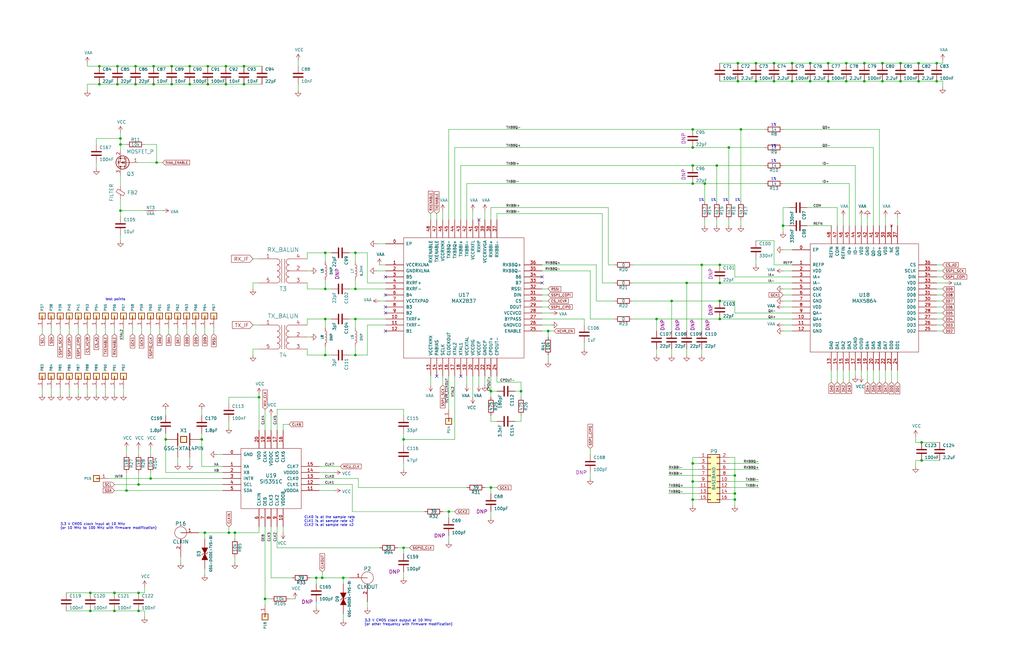
<source format=kicad_sch>
(kicad_sch (version 20211123) (generator eeschema)
  (paper "User" 431.8 279.4)
  (title_block (title "${TITLE}") (date "${DATE}") (rev "${VERSION}") (company "${COPYRIGHT}") (comment 1 "${LICENSE}"))
  (junction (at 80.01 27.94))
  (junction (at 292.1 62.23))
  (junction (at 96.52 224.79))
  (junction (at 53.34 207.01))
  (junction (at 334.01 34.29))
  (junction (at 326.39 26.67))
  (junction (at 80.01 35.56))
  (junction (at 137.16 106.68))
  (junction (at 207.01 165.1))
  (junction (at 341.63 26.67))
  (junction (at 149.86 106.68))
  (junction (at 149.86 121.92))
  (junction (at 303.53 134.62))
  (junction (at 341.63 34.29))
  (junction (at 388.62 186.69))
  (junction (at 58.42 204.47))
  (junction (at 312.42 54.61))
  (junction (at 48.26 250.19))
  (junction (at 149.86 149.86))
  (junction (at 207.01 205.74))
  (junction (at 95.25 35.56))
  (junction (at 311.15 34.29))
  (junction (at 388.62 194.31))
  (junction (at 379.73 34.29))
  (junction (at 364.49 26.67))
  (junction (at 276.86 134.62))
  (junction (at 86.36 224.79))
  (junction (at 307.34 62.23))
  (junction (at 379.73 26.67))
  (junction (at 283.21 127))
  (junction (at 356.87 26.67))
  (junction (at 111.76 252.73))
  (junction (at 137.16 134.62))
  (junction (at 58.42 250.19))
  (junction (at 135.89 243.84))
  (junction (at 57.15 27.94))
  (junction (at 334.01 26.67))
  (junction (at 133.35 243.84))
  (junction (at 137.16 149.86))
  (junction (at 292.1 210.82))
  (junction (at 38.1 257.81))
  (junction (at 326.39 34.29))
  (junction (at 49.53 35.56))
  (junction (at 102.87 27.94))
  (junction (at 292.1 69.85))
  (junction (at 137.16 121.92))
  (junction (at 149.86 134.62))
  (junction (at 58.42 257.81))
  (junction (at 289.56 119.38))
  (junction (at 41.91 35.56))
  (junction (at 38.1 250.19))
  (junction (at 364.49 34.29))
  (junction (at 311.15 26.67))
  (junction (at 63.5 201.93))
  (junction (at 41.91 27.94))
  (junction (at 87.63 35.56))
  (junction (at 69.85 185.42))
  (junction (at 292.1 203.2))
  (junction (at 95.25 27.94))
  (junction (at 297.18 77.47))
  (junction (at 72.39 27.94))
  (junction (at 64.77 35.56))
  (junction (at 309.88 208.28))
  (junction (at 303.53 119.38))
  (junction (at 50.8 58.42))
  (junction (at 170.18 185.42))
  (junction (at 144.78 243.84))
  (junction (at 292.1 195.58))
  (junction (at 330.2 95.25))
  (junction (at 87.63 27.94))
  (junction (at 189.23 215.9))
  (junction (at 102.87 35.56))
  (junction (at 64.77 27.94))
  (junction (at 318.77 26.67))
  (junction (at 57.15 35.56))
  (junction (at 85.09 185.42))
  (junction (at 292.1 54.61))
  (junction (at 50.8 60.96))
  (junction (at 292.1 77.47))
  (junction (at 219.71 165.1))
  (junction (at 372.11 34.29))
  (junction (at 387.35 26.67))
  (junction (at 318.77 34.29))
  (junction (at 394.97 26.67))
  (junction (at 356.87 34.29))
  (junction (at 295.91 111.76))
  (junction (at 303.53 127))
  (junction (at 302.26 69.85))
  (junction (at 303.53 111.76))
  (junction (at 109.22 167.64))
  (junction (at 372.11 26.67))
  (junction (at 170.18 231.14))
  (junction (at 394.97 34.29))
  (junction (at 49.53 27.94))
  (junction (at 50.8 88.9))
  (junction (at 99.06 224.79))
  (junction (at 387.35 34.29))
  (junction (at 349.25 34.29))
  (junction (at 309.88 210.82))
  (junction (at 231.14 139.7))
  (junction (at 72.39 35.56))
  (junction (at 309.88 200.66))
  (junction (at 48.26 257.81))
  (junction (at 349.25 26.67))
  (junction (at 66.04 68.58))
  (no_connect (at 162.56 124.46))
  (no_connect (at 201.93 92.71))
  (no_connect (at 184.15 158.75))
  (no_connect (at 194.31 158.75))
  (no_connect (at 228.6 119.38))
  (no_connect (at 162.56 132.08))
  (no_connect (at 162.56 116.84))
  (no_connect (at 162.56 139.7))
  (no_connect (at 162.56 129.54))
  (no_connect (at 228.6 116.84))
  (wire (pts (xy 58.42 204.47) (xy 93.98 204.47)))
  (wire (pts (xy 326.39 26.67) (xy 334.01 26.67)))
  (wire (pts (xy 119.38 179.07) (xy 121.92 179.07)))
  (wire (pts (xy 302.26 69.85) (xy 302.26 85.09)))
  (wire (pts (xy 326.39 34.29) (xy 334.01 34.29)))
  (wire (pts (xy 318.77 111.76) (xy 318.77 109.22)))
  (wire (pts (xy 394.97 114.3) (xy 397.51 114.3)))
  (wire (pts (xy 21.59 163.83) (xy 21.59 166.37)))
  (wire (pts (xy 353.06 161.29) (xy 353.06 156.21)))
  (wire (pts (xy 254 119.38) (xy 259.08 119.38)))
  (wire (pts (xy 40.64 58.42) (xy 50.8 58.42)))
  (wire (pts (xy 72.39 35.56) (xy 80.01 35.56)))
  (wire (pts (xy 365.76 156.21) (xy 365.76 161.29)))
  (wire (pts (xy 134.62 204.47) (xy 148.59 204.47)))
  (wire (pts (xy 294.64 193.04) (xy 292.1 193.04)))
  (wire (pts (xy 294.64 210.82) (xy 292.1 210.82)))
  (wire (pts (xy 50.8 60.96) (xy 53.34 60.96)))
  (wire (pts (xy 63.5 199.39) (xy 63.5 201.93)))
  (wire (pts (xy 58.42 189.23) (xy 58.42 191.77)))
  (wire (pts (xy 48.26 204.47) (xy 58.42 204.47)))
  (wire (pts (xy 349.25 34.29) (xy 356.87 34.29)))
  (wire (pts (xy 326.39 111.76) (xy 326.39 101.6)))
  (wire (pts (xy 302.26 92.71) (xy 302.26 95.25)))
  (wire (pts (xy 326.39 101.6) (xy 318.77 101.6)))
  (wire (pts (xy 303.53 119.38) (xy 334.01 119.38)))
  (wire (pts (xy 394.97 134.62) (xy 397.51 134.62)))
  (wire (pts (xy 388.62 194.31) (xy 396.24 194.31)))
  (wire (pts (xy 330.2 105.41) (xy 334.01 105.41)))
  (wire (pts (xy 140.97 199.39) (xy 134.62 199.39)))
  (wire (pts (xy 86.36 227.33) (xy 86.36 224.79)))
  (wire (pts (xy 109.22 109.22) (xy 106.68 109.22)))
  (wire (pts (xy 52.07 163.83) (xy 52.07 166.37)))
  (wire (pts (xy 36.83 163.83) (xy 36.83 166.37)))
  (wire (pts (xy 266.7 119.38) (xy 289.56 119.38)))
  (wire (pts (xy 194.31 69.85) (xy 292.1 69.85)))
  (wire (pts (xy 40.64 71.12) (xy 40.64 68.58)))
  (wire (pts (xy 36.83 138.43) (xy 36.83 140.97)))
  (wire (pts (xy 38.1 257.81) (xy 48.26 257.81)))
  (wire (pts (xy 312.42 54.61) (xy 312.42 85.09)))
  (wire (pts (xy 373.38 156.21) (xy 373.38 161.29)))
  (wire (pts (xy 21.59 138.43) (xy 21.59 140.97)))
  (wire (pts (xy 302.26 69.85) (xy 322.58 69.85)))
  (wire (pts (xy 207.01 165.1) (xy 207.01 167.64)))
  (wire (pts (xy 41.91 27.94) (xy 49.53 27.94)))
  (wire (pts (xy 204.47 158.75) (xy 204.47 162.56)))
  (wire (pts (xy 292.1 210.82) (xy 292.1 213.36)))
  (wire (pts (xy 350.52 156.21) (xy 350.52 161.29)))
  (wire (pts (xy 289.56 119.38) (xy 289.56 139.7)))
  (wire (pts (xy 231.14 142.24) (xy 231.14 139.7)))
  (wire (pts (xy 74.93 138.43) (xy 74.93 140.97)))
  (wire (pts (xy 99.06 224.79) (xy 99.06 227.33)))
  (wire (pts (xy 219.71 177.8) (xy 219.71 175.26)))
  (wire (pts (xy 147.32 106.68) (xy 149.86 106.68)))
  (wire (pts (xy 80.01 27.94) (xy 87.63 27.94)))
  (wire (pts (xy 281.94 208.28) (xy 294.64 208.28)))
  (wire (pts (xy 207.01 218.44) (xy 207.01 215.9)))
  (wire (pts (xy 209.55 161.29) (xy 209.55 158.75)))
  (wire (pts (xy 394.97 116.84) (xy 397.51 116.84)))
  (wire (pts (xy 40.64 138.43) (xy 40.64 140.97)))
  (wire (pts (xy 297.18 77.47) (xy 322.58 77.47)))
  (wire (pts (xy 360.68 69.85) (xy 330.2 69.85)))
  (wire (pts (xy 379.73 34.29) (xy 387.35 34.29)))
  (wire (pts (xy 129.54 106.68) (xy 129.54 109.22)))
  (wire (pts (xy 129.54 149.86) (xy 137.16 149.86)))
  (wire (pts (xy 90.17 138.43) (xy 90.17 140.97)))
  (wire (pts (xy 318.77 34.29) (xy 326.39 34.29)))
  (wire (pts (xy 154.94 149.86) (xy 154.94 137.16)))
  (wire (pts (xy 330.2 129.54) (xy 334.01 129.54)))
  (wire (pts (xy 48.26 250.19) (xy 58.42 250.19)))
  (wire (pts (xy 50.8 83.82) (xy 50.8 88.9)))
  (wire (pts (xy 60.96 88.9) (xy 50.8 88.9)))
  (wire (pts (xy 135.89 241.3) (xy 135.89 243.84)))
  (wire (pts (xy 95.25 35.56) (xy 102.87 35.56)))
  (wire (pts (xy 76.2 234.95) (xy 76.2 237.49)))
  (wire (pts (xy 292.1 195.58) (xy 292.1 203.2)))
  (wire (pts (xy 96.52 170.18) (xy 96.52 167.64)))
  (wire (pts (xy 85.09 182.88) (xy 85.09 185.42)))
  (wire (pts (xy 320.04 198.12) (xy 307.34 198.12)))
  (wire (pts (xy 114.3 243.84) (xy 123.19 243.84)))
  (wire (pts (xy 266.7 127) (xy 283.21 127)))
  (wire (pts (xy 29.21 163.83) (xy 29.21 166.37)))
  (wire (pts (xy 40.64 163.83) (xy 40.64 166.37)))
  (wire (pts (xy 147.32 149.86) (xy 149.86 149.86)))
  (wire (pts (xy 207.01 158.75) (xy 207.01 165.1)))
  (wire (pts (xy 58.42 68.58) (xy 66.04 68.58)))
  (wire (pts (xy 370.84 95.25) (xy 370.84 54.61)))
  (wire (pts (xy 248.92 191.77) (xy 248.92 189.23)))
  (wire (pts (xy 320.04 205.74) (xy 307.34 205.74)))
  (wire (pts (xy 50.8 60.96) (xy 50.8 63.5)))
  (wire (pts (xy 386.08 196.85) (xy 386.08 194.31)))
  (wire (pts (xy 360.68 95.25) (xy 360.68 69.85)))
  (wire (pts (xy 109.22 167.64) (xy 109.22 181.61)))
  (wire (pts (xy 49.53 27.94) (xy 57.15 27.94)))
  (wire (pts (xy 246.38 134.62) (xy 246.38 137.16)))
  (wire (pts (xy 387.35 34.29) (xy 394.97 34.29)))
  (wire (pts (xy 379.73 26.67) (xy 387.35 26.67)))
  (wire (pts (xy 189.23 226.06) (xy 189.23 228.6)))
  (wire (pts (xy 334.01 111.76) (xy 326.39 111.76)))
  (wire (pts (xy 48.26 207.01) (xy 53.34 207.01)))
  (wire (pts (xy 33.02 163.83) (xy 33.02 166.37)))
  (wire (pts (xy 137.16 134.62) (xy 137.16 138.43)))
  (wire (pts (xy 48.26 257.81) (xy 58.42 257.81)))
  (wire (pts (xy 209.55 90.17) (xy 254 90.17)))
  (wire (pts (xy 289.56 119.38) (xy 303.53 119.38)))
  (wire (pts (xy 199.39 158.75) (xy 199.39 167.64)))
  (wire (pts (xy 248.92 114.3) (xy 248.92 134.62)))
  (wire (pts (xy 87.63 35.56) (xy 95.25 35.56)))
  (wire (pts (xy 137.16 106.68) (xy 139.7 106.68)))
  (wire (pts (xy 129.54 121.92) (xy 137.16 121.92)))
  (wire (pts (xy 58.42 199.39) (xy 58.42 204.47)))
  (wire (pts (xy 276.86 147.32) (xy 276.86 149.86)))
  (wire (pts (xy 194.31 92.71) (xy 194.31 69.85)))
  (wire (pts (xy 207.01 175.26) (xy 207.01 177.8)))
  (wire (pts (xy 256.54 111.76) (xy 259.08 111.76)))
  (wire (pts (xy 119.38 181.61) (xy 119.38 179.07)))
  (wire (pts (xy 311.15 26.67) (xy 318.77 26.67)))
  (wire (pts (xy 303.53 127) (xy 309.88 127)))
  (wire (pts (xy 36.83 35.56) (xy 36.83 38.1)))
  (wire (pts (xy 96.52 224.79) (xy 96.52 222.25)))
  (wire (pts (xy 209.55 90.17) (xy 209.55 92.71)))
  (wire (pts (xy 33.02 138.43) (xy 33.02 140.97)))
  (wire (pts (xy 309.88 111.76) (xy 309.88 116.84)))
  (wire (pts (xy 320.04 203.2) (xy 307.34 203.2)))
  (wire (pts (xy 248.92 201.93) (xy 248.92 199.39)))
  (wire (pts (xy 116.84 231.14) (xy 160.02 231.14)))
  (wire (pts (xy 320.04 195.58) (xy 307.34 195.58)))
  (wire (pts (xy 129.54 106.68) (xy 137.16 106.68)))
  (wire (pts (xy 207.01 87.63) (xy 207.01 92.71)))
  (wire (pts (xy 283.21 127) (xy 303.53 127)))
  (wire (pts (xy 109.22 224.79) (xy 109.22 222.25)))
  (wire (pts (xy 364.49 34.29) (xy 372.11 34.29)))
  (wire (pts (xy 294.64 195.58) (xy 292.1 195.58)))
  (wire (pts (xy 191.77 62.23) (xy 292.1 62.23)))
  (wire (pts (xy 63.5 140.97) (xy 63.5 138.43)))
  (wire (pts (xy 231.14 139.7) (xy 233.68 139.7)))
  (wire (pts (xy 85.09 196.85) (xy 93.98 196.85)))
  (wire (pts (xy 228.6 124.46) (xy 231.14 124.46)))
  (wire (pts (xy 228.6 129.54) (xy 231.14 129.54)))
  (wire (pts (xy 303.53 134.62) (xy 334.01 134.62)))
  (wire (pts (xy 170.18 175.26) (xy 170.18 172.72)))
  (wire (pts (xy 125.73 25.4) (xy 125.73 27.94)))
  (wire (pts (xy 137.16 146.05) (xy 137.16 149.86)))
  (wire (pts (xy 72.39 27.94) (xy 80.01 27.94)))
  (wire (pts (xy 330.2 124.46) (xy 334.01 124.46)))
  (wire (pts (xy 295.91 147.32) (xy 295.91 149.86)))
  (wire (pts (xy 363.22 158.75) (xy 363.22 156.21)))
  (wire (pts (xy 149.86 138.43) (xy 149.86 134.62)))
  (wire (pts (xy 394.97 129.54) (xy 397.51 129.54)))
  (wire (pts (xy 129.54 137.16) (xy 129.54 134.62)))
  (wire (pts (xy 149.86 121.92) (xy 162.56 121.92)))
  (wire (pts (xy 151.13 201.93) (xy 151.13 205.74)))
  (wire (pts (xy 130.81 114.3) (xy 129.54 114.3)))
  (wire (pts (xy 44.45 138.43) (xy 44.45 140.97)))
  (wire (pts (xy 60.96 257.81) (xy 60.96 260.35)))
  (wire (pts (xy 309.88 127) (xy 309.88 132.08)))
  (wire (pts (xy 281.94 200.66) (xy 294.64 200.66)))
  (wire (pts (xy 133.35 243.84) (xy 135.89 243.84)))
  (wire (pts (xy 36.83 27.94) (xy 41.91 27.94)))
  (wire (pts (xy 297.18 95.25) (xy 297.18 92.71)))
  (wire (pts (xy 373.38 91.44) (xy 373.38 95.25)))
  (wire (pts (xy 50.8 73.66) (xy 50.8 78.74)))
  (wire (pts (xy 58.42 250.19) (xy 60.96 250.19)))
  (wire (pts (xy 368.3 62.23) (xy 330.2 62.23)))
  (wire (pts (xy 231.14 152.4) (xy 231.14 149.86)))
  (wire (pts (xy 154.94 106.68) (xy 154.94 119.38)))
  (wire (pts (xy 181.61 162.56) (xy 181.61 158.75)))
  (wire (pts (xy 50.8 101.6) (xy 50.8 99.06)))
  (wire (pts (xy 228.6 114.3) (xy 248.92 114.3)))
  (wire (pts (xy 204.47 205.74) (xy 207.01 205.74)))
  (wire (pts (xy 199.39 88.9) (xy 199.39 92.71)))
  (wire (pts (xy 356.87 26.67) (xy 364.49 26.67)))
  (wire (pts (xy 109.22 166.37) (xy 109.22 167.64)))
  (wire (pts (xy 170.18 198.12) (xy 170.18 195.58)))
  (wire (pts (xy 137.16 149.86) (xy 139.7 149.86)))
  (wire (pts (xy 186.69 158.75) (xy 186.69 162.56)))
  (wire (pts (xy 386.08 194.31) (xy 388.62 194.31)))
  (wire (pts (xy 349.25 26.67) (xy 356.87 26.67)))
  (wire (pts (xy 394.97 139.7) (xy 397.51 139.7)))
  (wire (pts (xy 355.6 91.44) (xy 355.6 95.25)))
  (wire (pts (xy 232.41 132.08) (xy 228.6 132.08)))
  (wire (pts (xy 69.85 199.39) (xy 93.98 199.39)))
  (wire (pts (xy 134.62 201.93) (xy 151.13 201.93)))
  (wire (pts (xy 116.84 231.14) (xy 116.84 222.25)))
  (wire (pts (xy 186.69 215.9) (xy 189.23 215.9)))
  (wire (pts (xy 330.2 95.25) (xy 330.2 97.79)))
  (wire (pts (xy 283.21 139.7) (xy 283.21 127)))
  (wire (pts (xy 219.71 161.29) (xy 209.55 161.29)))
  (wire (pts (xy 149.86 146.05) (xy 149.86 149.86)))
  (wire (pts (xy 387.35 26.67) (xy 394.97 26.67)))
  (wire (pts (xy 309.88 132.08) (xy 334.01 132.08)))
  (wire (pts (xy 251.46 111.76) (xy 251.46 127)))
  (wire (pts (xy 289.56 147.32) (xy 289.56 149.86)))
  (wire (pts (xy 96.52 224.79) (xy 99.06 224.79)))
  (wire (pts (xy 246.38 147.32) (xy 246.38 144.78)))
  (wire (pts (xy 201.93 158.75) (xy 201.93 162.56)))
  (wire (pts (xy 102.87 27.94) (xy 110.49 27.94)))
  (wire (pts (xy 394.97 137.16) (xy 397.51 137.16)))
  (wire (pts (xy 307.34 92.71) (xy 307.34 95.25)))
  (wire (pts (xy 295.91 111.76) (xy 303.53 111.76)))
  (wire (pts (xy 74.93 195.58) (xy 74.93 193.04)))
  (wire (pts (xy 170.18 172.72) (xy 116.84 172.72)))
  (wire (pts (xy 63.5 189.23) (xy 63.5 191.77)))
  (wire (pts (xy 48.26 140.97) (xy 48.26 138.43)))
  (wire (pts (xy 191.77 158.75) (xy 191.77 185.42)))
  (wire (pts (xy 106.68 137.16) (xy 109.22 137.16)))
  (wire (pts (xy 303.53 26.67) (xy 311.15 26.67)))
  (wire (pts (xy 356.87 34.29) (xy 364.49 34.29)))
  (wire (pts (xy 307.34 208.28) (xy 309.88 208.28)))
  (wire (pts (xy 170.18 231.14) (xy 172.72 231.14)))
  (wire (pts (xy 50.8 88.9) (xy 50.8 91.44)))
  (wire (pts (xy 368.3 156.21) (xy 368.3 161.29)))
  (wire (pts (xy 160.02 127) (xy 162.56 127)))
  (wire (pts (xy 219.71 165.1) (xy 217.17 165.1)))
  (wire (pts (xy 196.85 77.47) (xy 292.1 77.47)))
  (wire (pts (xy 341.63 34.29) (xy 349.25 34.29)))
  (wire (pts (xy 309.88 208.28) (xy 309.88 210.82)))
  (wire (pts (xy 129.54 147.32) (xy 129.54 149.86)))
  (wire (pts (xy 189.23 215.9) (xy 189.23 218.44)))
  (wire (pts (xy 330.2 87.63) (xy 330.2 95.25)))
  (wire (pts (xy 125.73 35.56) (xy 125.73 38.1)))
  (wire (pts (xy 149.86 106.68) (xy 149.86 110.49)))
  (wire (pts (xy 196.85 92.71) (xy 196.85 77.47)))
  (wire (pts (xy 292.1 193.04) (xy 292.1 195.58)))
  (wire (pts (xy 181.61 90.17) (xy 181.61 92.71)))
  (wire (pts (xy 102.87 35.56) (xy 110.49 35.56)))
  (wire (pts (xy 283.21 147.32) (xy 283.21 149.86)))
  (wire (pts (xy 96.52 180.34) (xy 96.52 177.8)))
  (wire (pts (xy 170.18 182.88) (xy 170.18 185.42)))
  (wire (pts (xy 119.38 224.79) (xy 119.38 222.25)))
  (wire (pts (xy 99.06 234.95) (xy 99.06 237.49)))
  (wire (pts (xy 189.23 172.72) (xy 189.23 158.75)))
  (wire (pts (xy 71.12 140.97) (xy 71.12 138.43)))
  (wire (pts (xy 266.7 134.62) (xy 276.86 134.62)))
  (wire (pts (xy 394.97 132.08) (xy 397.51 132.08)))
  (wire (pts (xy 394.97 124.46) (xy 397.51 124.46)))
  (wire (pts (xy 254 90.17) (xy 254 119.38)))
  (wire (pts (xy 137.16 118.11) (xy 137.16 121.92)))
  (wire (pts (xy 378.46 156.21) (xy 378.46 161.29)))
  (wire (pts (xy 27.94 250.19) (xy 38.1 250.19)))
  (wire (pts (xy 358.14 77.47) (xy 358.14 95.25)))
  (wire (pts (xy 95.25 27.94) (xy 102.87 27.94)))
  (wire (pts (xy 69.85 185.42) (xy 69.85 199.39)))
  (wire (pts (xy 160.02 111.76) (xy 162.56 111.76)))
  (wire (pts (xy 353.06 87.63) (xy 340.36 87.63)))
  (wire (pts (xy 294.64 203.2) (xy 292.1 203.2)))
  (wire (pts (xy 191.77 92.71) (xy 191.77 62.23)))
  (wire (pts (xy 99.06 224.79) (xy 109.22 224.79)))
  (wire (pts (xy 111.76 172.72) (xy 111.76 181.61)))
  (wire (pts (xy 41.91 35.56) (xy 49.53 35.56)))
  (wire (pts (xy 378.46 91.44) (xy 378.46 95.25)))
  (wire (pts (xy 358.14 161.29) (xy 358.14 156.21)))
  (wire (pts (xy 309.88 200.66) (xy 309.88 208.28)))
  (wire (pts (xy 137.16 110.49) (xy 137.16 106.68)))
  (wire (pts (xy 209.55 165.1) (xy 207.01 165.1)))
  (wire (pts (xy 330.2 121.92) (xy 334.01 121.92)))
  (wire (pts (xy 158.75 102.87) (xy 162.56 102.87)))
  (wire (pts (xy 167.64 231.14) (xy 170.18 231.14)))
  (wire (pts (xy 394.97 26.67) (xy 397.51 26.67)))
  (wire (pts (xy 38.1 250.19) (xy 48.26 250.19)))
  (wire (pts (xy 149.86 149.86) (xy 154.94 149.86)))
  (wire (pts (xy 189.23 54.61) (xy 292.1 54.61)))
  (wire (pts (xy 217.17 177.8) (xy 219.71 177.8)))
  (wire (pts (xy 53.34 207.01) (xy 93.98 207.01)))
  (wire (pts (xy 388.62 186.69) (xy 396.24 186.69)))
  (wire (pts (xy 370.84 156.21) (xy 370.84 161.29)))
  (wire (pts (xy 332.74 87.63) (xy 330.2 87.63)))
  (wire (pts (xy 130.81 142.24) (xy 129.54 142.24)))
  (wire (pts (xy 154.94 137.16) (xy 162.56 137.16)))
  (wire (pts (xy 50.8 55.88) (xy 50.8 58.42)))
  (wire (pts (xy 58.42 257.81) (xy 60.96 257.81)))
  (wire (pts (xy 144.78 246.38) (xy 144.78 243.84)))
  (wire (pts (xy 147.32 121.92) (xy 149.86 121.92)))
  (wire (pts (xy 228.6 139.7) (xy 231.14 139.7)))
  (wire (pts (xy 303.53 111.76) (xy 309.88 111.76)))
  (wire (pts (xy 109.22 147.32) (xy 106.68 147.32)))
  (wire (pts (xy 397.51 34.29) (xy 397.51 36.83)))
  (wire (pts (xy 330.2 137.16) (xy 334.01 137.16)))
  (wire (pts (xy 307.34 62.23) (xy 322.58 62.23)))
  (wire (pts (xy 149.86 134.62) (xy 162.56 134.62)))
  (wire (pts (xy 66.04 60.96) (xy 66.04 68.58)))
  (wire (pts (xy 116.84 172.72) (xy 116.84 181.61)))
  (wire (pts (xy 311.15 34.29) (xy 318.77 34.29)))
  (wire (pts (xy 309.88 116.84) (xy 334.01 116.84)))
  (wire (pts (xy 386.08 186.69) (xy 388.62 186.69)))
  (wire (pts (xy 248.92 134.62) (xy 259.08 134.62)))
  (wire (pts (xy 114.3 222.25) (xy 114.3 243.84)))
  (wire (pts (xy 370.84 54.61) (xy 330.2 54.61)))
  (wire (pts (xy 17.78 163.83) (xy 17.78 166.37)))
  (wire (pts (xy 341.63 26.67) (xy 349.25 26.67)))
  (wire (pts (xy 154.94 119.38) (xy 162.56 119.38)))
  (wire (pts (xy 256.54 87.63) (xy 256.54 111.76)))
  (wire (pts (xy 45.72 201.93) (xy 63.5 201.93)))
  (wire (pts (xy 144.78 261.62) (xy 144.78 259.08)))
  (wire (pts (xy 397.51 26.67) (xy 397.51 25.4)))
  (wire (pts (xy 309.88 210.82) (xy 309.88 213.36)))
  (wire (pts (xy 186.69 88.9) (xy 186.69 92.71)))
  (wire (pts (xy 55.88 138.43) (xy 55.88 140.97)))
  (wire (pts (xy 149.86 118.11) (xy 149.86 121.92)))
  (wire (pts (xy 358.14 77.47) (xy 330.2 77.47)))
  (wire (pts (xy 281.94 205.74) (xy 294.64 205.74)))
  (wire (pts (xy 86.36 140.97) (xy 86.36 138.43)))
  (wire (pts (xy 276.86 134.62) (xy 276.86 139.7)))
  (wire (pts (xy 130.81 243.84) (xy 133.35 243.84)))
  (wire (pts (xy 147.32 134.62) (xy 149.86 134.62)))
  (wire (pts (xy 292.1 77.47) (xy 297.18 77.47)))
  (wire (pts (xy 207.01 205.74) (xy 209.55 205.74)))
  (wire (pts (xy 292.1 54.61) (xy 312.42 54.61)))
  (wire (pts (xy 121.92 252.73) (xy 124.46 252.73)))
  (wire (pts (xy 334.01 26.67) (xy 341.63 26.67)))
  (wire (pts (xy 340.36 95.25) (xy 350.52 95.25)))
  (wire (pts (xy 154.94 254) (xy 154.94 256.54)))
  (wire (pts (xy 332.74 95.25) (xy 330.2 95.25)))
  (wire (pts (xy 44.45 163.83) (xy 44.45 166.37)))
  (wire (pts (xy 292.1 62.23) (xy 307.34 62.23)))
  (wire (pts (xy 87.63 27.94) (xy 95.25 27.94)))
  (wire (pts (xy 303.53 34.29) (xy 311.15 34.29)))
  (wire (pts (xy 394.97 127) (xy 397.51 127)))
  (wire (pts (xy 59.69 138.43) (xy 59.69 140.97)))
  (wire (pts (xy 82.55 140.97) (xy 82.55 138.43)))
  (wire (pts (xy 372.11 34.29) (xy 379.73 34.29)))
  (wire (pts (xy 228.6 111.76) (xy 251.46 111.76)))
  (wire (pts (xy 207.01 177.8) (xy 209.55 177.8)))
  (wire (pts (xy 69.85 175.26) (xy 69.85 172.72)))
  (wire (pts (xy 360.68 158.75) (xy 360.68 156.21)))
  (wire (pts (xy 276.86 134.62) (xy 303.53 134.62)))
  (wire (pts (xy 219.71 161.29) (xy 219.71 165.1)))
  (wire (pts (xy 251.46 127) (xy 259.08 127)))
  (wire (pts (xy 228.6 134.62) (xy 246.38 134.62)))
  (wire (pts (xy 148.59 204.47) (xy 148.59 215.9)))
  (wire (pts (xy 297.18 77.47) (xy 297.18 85.09)))
  (wire (pts (xy 135.89 243.84) (xy 144.78 243.84)))
  (wire (pts (xy 53.34 189.23) (xy 53.34 191.77)))
  (wire (pts (xy 330.2 114.3) (xy 334.01 114.3)))
  (wire (pts (xy 184.15 92.71) (xy 184.15 90.17)))
  (wire (pts (xy 189.23 215.9) (xy 191.77 215.9)))
  (wire (pts (xy 85.09 185.42) (xy 85.09 196.85)))
  (wire (pts (xy 66.04 68.58) (xy 68.58 68.58)))
  (wire (pts (xy 330.2 127) (xy 334.01 127)))
  (wire (pts (xy 363.22 91.44) (xy 363.22 95.25)))
  (wire (pts (xy 27.94 257.81) (xy 38.1 257.81)))
  (wire (pts (xy 80.01 35.56) (xy 87.63 35.56)))
  (wire (pts (xy 204.47 88.9) (xy 204.47 92.71)))
  (wire (pts (xy 63.5 201.93) (xy 93.98 201.93)))
  (wire (pts (xy 330.2 139.7) (xy 334.01 139.7)))
  (wire (pts (xy 133.35 243.84) (xy 133.35 246.38)))
  (wire (pts (xy 148.59 215.9) (xy 179.07 215.9)))
  (wire (pts (xy 375.92 156.21) (xy 375.92 161.29)))
  (wire (pts (xy 129.54 134.62) (xy 137.16 134.62)))
  (wire (pts (xy 48.26 163.83) (xy 48.26 166.37)))
  (wire (pts (xy 364.49 26.67) (xy 372.11 26.67)))
  (wire (pts (xy 106.68 121.92) (xy 106.68 119.38)))
  (wire (pts (xy 96.52 167.64) (xy 109.22 167.64)))
  (wire (pts (xy 170.18 231.14) (xy 170.18 233.68)))
  (wire (pts (xy 17.78 138.43) (xy 17.78 140.97)))
  (wire (pts (xy 66.04 88.9) (xy 68.58 88.9)))
  (wire (pts (xy 158.75 114.3) (xy 162.56 114.3)))
  (wire (pts (xy 69.85 182.88) (xy 69.85 185.42)))
  (wire (pts (xy 398.78 119.38) (xy 394.97 119.38)))
  (wire (pts (xy 57.15 27.94) (xy 64.77 27.94)))
  (wire (pts (xy 67.31 138.43) (xy 67.31 140.97)))
  (wire (pts (xy 394.97 121.92) (xy 397.51 121.92)))
  (wire (pts (xy 372.11 26.67) (xy 379.73 26.67)))
  (wire (pts (xy 355.6 156.21) (xy 355.6 161.29)))
  (wire (pts (xy 196.85 158.75) (xy 196.85 162.56)))
  (wire (pts (xy 114.3 252.73) (xy 111.76 252.73)))
  (wire (pts (xy 86.36 242.57) (xy 86.36 240.03)))
  (wire (pts (xy 149.86 106.68) (xy 154.94 106.68)))
  (wire (pts (xy 129.54 119.38) (xy 129.54 121.92)))
  (wire (pts (xy 78.74 138.43) (xy 78.74 140.97)))
  (wire (pts (xy 29.21 138.43) (xy 29.21 140.97)))
  (wire (pts (xy 137.16 134.62) (xy 139.7 134.62)))
  (wire (pts (xy 64.77 27.94) (xy 72.39 27.94)))
  (wire (pts (xy 365.76 91.44) (xy 365.76 95.25)))
  (wire (pts (xy 170.18 185.42) (xy 170.18 187.96)))
  (wire (pts (xy 143.51 196.85) (xy 134.62 196.85)))
  (wire (pts (xy 57.15 35.56) (xy 64.77 35.56)))
  (wire (pts (xy 307.34 193.04) (xy 309.88 193.04)))
  (wire (pts (xy 25.4 163.83) (xy 25.4 166.37)))
  (wire (pts (xy 368.3 62.23) (xy 368.3 95.25)))
  (wire (pts (xy 64.77 35.56) (xy 72.39 35.56)))
  (wire (pts (xy 191.77 185.42) (xy 170.18 185.42)))
  (wire (pts (xy 151.13 205.74) (xy 196.85 205.74)))
  (wire (pts (xy 25.4 138.43) (xy 25.4 140.97)))
  (wire (pts (xy 40.64 60.96) (xy 40.64 58.42)))
  (wire (pts (xy 266.7 111.76) (xy 295.91 111.76)))
  (wire (pts (xy 49.53 35.56) (xy 57.15 35.56)))
  (wire (pts (xy 106.68 119.38) (xy 109.22 119.38)))
  (wire (pts (xy 394.97 34.29) (xy 397.51 34.29)))
  (wire (pts (xy 318.77 26.67) (xy 326.39 26.67)))
  (wire (pts (xy 386.08 184.15) (xy 386.08 186.69)))
  (wire (pts (xy 86.36 224.79) (xy 96.52 224.79)))
  (wire (pts (xy 50.8 58.42) (xy 50.8 60.96)))
  (wire (pts (xy 53.34 199.39) (xy 53.34 207.01)))
  (wire (pts (xy 228.6 121.92) (xy 231.14 121.92)))
  (wire (pts (xy 170.18 241.3) (xy 170.18 243.84)))
  (wire (pts (xy 281.94 198.12) (xy 294.64 198.12)))
  (wire (pts (xy 312.42 54.61) (xy 322.58 54.61)))
  (wire (pts (xy 114.3 175.26) (xy 114.3 181.61)))
  (wire (pts (xy 307.34 210.82) (xy 309.88 210.82)))
  (wire (pts (xy 52.07 138.43) (xy 52.07 143.51)))
  (wire (pts (xy 307.34 62.23) (xy 307.34 85.09)))
  (wire (pts (xy 85.09 172.72) (xy 85.09 175.26)))
  (wire (pts (xy 334.01 34.29) (xy 341.63 34.29)))
  (wire (pts (xy 394.97 111.76) (xy 397.51 111.76)))
  (wire (pts (xy 111.76 252.73) (xy 111.76 255.27)))
  (wire (pts (xy 189.23 54.61) (xy 189.23 92.71)))
  (wire (pts (xy 36.83 27.94) (xy 36.83 26.67)))
  (wire (pts (xy 140.97 207.01) (xy 134.62 207.01)))
  (wire (pts (xy 292.1 203.2) (xy 292.1 210.82)))
  (wire (pts (xy 295.91 139.7) (xy 295.91 111.76)))
  (wire (pts (xy 228.6 127) (xy 231.14 127)))
  (wire (pts (xy 133.35 254) (xy 133.35 256.54)))
  (wire (pts (xy 36.83 35.56) (xy 41.91 35.56)))
  (wire (pts (xy 219.71 165.1) (xy 219.71 167.64)))
  (wire (pts (xy 80.01 193.04) (xy 80.01 195.58)))
  (wire (pts (xy 137.16 121.92) (xy 139.7 121.92)))
  (wire (pts (xy 60.96 250.19) (xy 60.96 247.65)))
  (wire (pts (xy 144.78 243.84) (xy 147.32 243.84)))
  (wire (pts (xy 207.01 87.63) (xy 256.54 87.63)))
  (wire (pts (xy 91.44 191.77) (xy 93.98 191.77)))
  (wire (pts (xy 83.82 224.79) (xy 86.36 224.79)))
  (wire (pts (xy 207.01 205.74) (xy 207.01 208.28)))
  (wire (pts (xy 111.76 222.25) (xy 111.76 252.73)))
  (wire (pts (xy 292.1 69.85) (xy 302.26 69.85)))
  (wire (pts (xy 60.96 60.96) (xy 66.04 60.96)))
  (wire (pts (xy 307.34 200.66) (xy 309.88 200.66)))
  (wire (pts (xy 309.88 193.04) (xy 309.88 200.66)))
  (wire (pts (xy 232.41 137.16) (xy 228.6 137.16)))
  (wire (pts (xy 312.42 92.71) (xy 312.42 95.25)))
  (wire (pts (xy 106.68 147.32) (xy 106.68 149.86)))
  (wire (pts (xy 353.06 95.25) (xy 353.06 87.63)))
  (text "1%" (at 299.72 85.09 0) (effects (font (size 1.016 1.016)) (justify left bottom)))
  (text "1%" (at 325.12 62.23 0) (effects (font (size 1.016 1.016)) (justify left bottom)))
  (text "1%" (at 325.12 76.2 0) (effects (font (size 1.016 1.016)) (justify left bottom)))
  (text "1%" (at 294.64 85.09 0) (effects (font (size 1.016 1.016)) (justify left bottom)))
  (text "1%" (at 325.12 53.34 0) (effects (font (size 1.016 1.016)) (justify left bottom)))
  (text "3.3 V CMOS clock input at 10 MHz\n(or 10 MHz to 100 MHz with firmware modification)" (at 25.4 223.52 0) (effects (font (size 1.016 1.016)) (justify left bottom)))
  (text "1%" (at 309.88 85.09 0) (effects (font (size 1.016 1.016)) (justify left bottom)))
  (text "CLK0 is at the sample rate\nCLK1 is at sample rate x2\nCLK2 is at sample rate x2" (at 128.27 222.25 0) (effects (font (size 1.016 1.016)) (justify left bottom)))
  (text "1%" (at 304.8 85.09 0) (effects (font (size 1.016 1.016)) (justify left bottom)))
  (text "test points" (at 44.45 127 0) (effects (font (size 1.016 1.016)) (justify left bottom)))
  (text "1%" (at 325.12 68.58 0) (effects (font (size 1.016 1.016)) (justify left bottom)))
  (text "3.3 V CMOS clock output at 10 MHz\n(or other frequency with firmware modification)" (at 153.67 264.16 0) (effects (font (size 1.016 1.016)) (justify left bottom)))
  (label "QD-" (at 346.71 62.23 0) (effects (font (size 1.016 1.016))))
  (label "CPOUT-" (at 210.82 161.29 0) (effects (font (size 1.016 1.016))))
  (label "TXBBQ-" (at 281.94 208.28 0) (effects (font (size 1.016 1.016))))
  (label "CLK3" (at 114.3 228.6 90) (effects (font (size 1.016 1.016))))
  (label "CLK0" (at 140.97 201.93 180) (effects (font (size 1.016 1.016))))
  (label "QD+" (at 346.71 54.61 0) (effects (font (size 1.016 1.016))))
  (label "TXBBQ+" (at 281.94 205.74 0) (effects (font (size 1.016 1.016))))
  (label "TXBBI+" (at 320.04 205.74 180) (effects (font (size 1.016 1.016))))
  (label "COM" (at 342.9 87.63 0) (effects (font (size 1.016 1.016))))
  (label "OEB" (at 111.76 228.6 90) (effects (font (size 1.016 1.016))))
  (label "RXBBQ-" (at 229.87 114.3 0) (effects (font (size 1.016 1.016))))
  (label "CLK2" (at 116.84 228.6 90) (effects (font (size 1.016 1.016))))
  (label "CLK7" (at 140.97 196.85 180) (effects (font (size 1.016 1.016))))
  (label "XTAL2" (at 191.77 167.64 90) (effects (font (size 1.016 1.016))))
  (label "TXBBQ+" (at 213.36 62.23 0) (effects (font (size 1.016 1.016))))
  (label "ID-" (at 346.71 69.85 0) (effects (font (size 1.016 1.016))))
  (label "TXBBI-" (at 320.04 203.2 180) (effects (font (size 1.016 1.016))))
  (label "CPOUT+" (at 207.01 165.1 90) (effects (font (size 1.016 1.016))))
  (label "CLK5" (at 116.84 175.26 270) (effects (font (size 1.016 1.016))))
  (label "TXBBI-" (at 213.36 77.47 0) (effects (font (size 1.016 1.016))))
  (label "REFN" (at 342.9 95.25 0) (effects (font (size 1.016 1.016))))
  (label "XA" (at 90.17 196.85 0) (effects (font (size 1.016 1.016))))
  (label "IA-" (at 323.85 119.38 0) (effects (font (size 1.016 1.016))))
  (label "RXBBI+" (at 281.94 200.66 0) (effects (font (size 1.016 1.016))))
  (label "RXBBQ+" (at 229.87 111.76 0) (effects (font (size 1.016 1.016))))
  (label "XB" (at 90.17 199.39 0) (effects (font (size 1.016 1.016))))
  (label "CLK4" (at 111.76 175.26 270) (effects (font (size 1.016 1.016))))
  (label "QA+" (at 323.85 134.62 0) (effects (font (size 1.016 1.016))))
  (label "INTR" (at 48.26 201.93 0) (effects (font (size 1.016 1.016))))
  (label "CLK1" (at 140.97 204.47 180) (effects (font (size 1.016 1.016))))
  (label "RXBBI-" (at 281.94 198.12 0) (effects (font (size 1.016 1.016))))
  (label "REFP" (at 330.2 111.76 0) (effects (font (size 1.016 1.016))))
  (label "ID+" (at 346.71 77.47 0) (effects (font (size 1.016 1.016))))
  (label "XCVR_CLKOUT" (at 189.23 170.18 90) (effects (font (size 1.016 1.016))))
  (label "IA+" (at 323.85 116.84 0) (effects (font (size 1.016 1.016))))
  (label "RXBBI+" (at 213.36 87.63 0) (effects (font (size 1.016 1.016))))
  (label "RXBBQ-" (at 320.04 195.58 180) (effects (font (size 1.016 1.016))))
  (label "TXBBI+" (at 213.36 69.85 0) (effects (font (size 1.016 1.016))))
  (label "RXBBQ+" (at 320.04 198.12 180) (effects (font (size 1.016 1.016))))
  (label "QA-" (at 323.85 132.08 0) (effects (font (size 1.016 1.016))))
  (label "XTAL2" (at 52.07 143.51 90) (effects (font (size 1.016 1.016))))
  (label "RXBBI-" (at 213.36 90.17 0) (effects (font (size 1.016 1.016))))
  (label "TXBBQ-" (at 213.36 54.61 0) (effects (font (size 1.016 1.016))))
  (global_label "RX_IF" (shape input) (at 106.68 109.22 180) (effects (font (size 1.524 1.524))) (property "Intersheet References" "${INTERSHEET_REFS}" (effects hide)))
  (global_label "SSP1_SCK" (shape input) (at 186.69 162.56 270) (effects (font (size 1.016 1.016))) (property "Intersheet References" "${INTERSHEET_REFS}" (effects hide)))
  (global_label "RXENABLE" (shape input) (at 181.61 90.17 90) (effects (font (size 1.016 1.016))) (property "Intersheet References" "${INTERSHEET_REFS}" (effects hide)))
  (global_label "DA4" (shape input) (at 365.76 161.29 270) (effects (font (size 1.016 1.016))) (property "Intersheet References" "${INTERSHEET_REFS}" (effects hide)))
  (global_label "SSP1_CIPO" (shape input) (at 248.92 189.23 90) (effects (font (size 1.016 1.016))) (property "Intersheet References" "${INTERSHEET_REFS}" (effects hide)))
  (global_label "SGPIO_CLK" (shape input) (at 63.5 140.97 270) (effects (font (size 1.016 1.016))) (property "Intersheet References" "${INTERSHEET_REFS}" (effects hide)))
  (global_label "RSSI" (shape input) (at 231.14 121.92 0) (effects (font (size 1.016 1.016))) (property "Intersheet References" "${INTERSHEET_REFS}" (effects hide)))
  (global_label "GCK2" (shape input) (at 59.69 140.97 270) (effects (font (size 1.016 1.016))) (property "Intersheet References" "${INTERSHEET_REFS}" (effects hide)))
  (global_label "CS_XCVR" (shape input) (at 36.83 140.97 270) (effects (font (size 1.016 1.016))) (property "Intersheet References" "${INTERSHEET_REFS}" (effects hide)))
  (global_label "DD3" (shape input) (at 397.51 137.16 0) (effects (font (size 1.016 1.016))) (property "Intersheet References" "${INTERSHEET_REFS}" (effects hide)))
  (global_label "DA6" (shape input) (at 370.84 161.29 270) (effects (font (size 1.016 1.016))) (property "Intersheet References" "${INTERSHEET_REFS}" (effects hide)))
  (global_label "TXENABLE" (shape input) (at 44.45 140.97 270) (effects (font (size 1.016 1.016))) (property "Intersheet References" "${INTERSHEET_REFS}" (effects hide)))
  (global_label "DD5" (shape input) (at 397.51 132.08 0) (effects (font (size 1.016 1.016))) (property "Intersheet References" "${INTERSHEET_REFS}" (effects hide)))
  (global_label "SCL" (shape input) (at 48.26 204.47 180) (effects (font (size 1.016 1.016))) (property "Intersheet References" "${INTERSHEET_REFS}" (effects hide)))
  (global_label "XCVR_EN" (shape input) (at 233.68 139.7 0) (effects (font (size 1.016 1.016))) (property "Intersheet References" "${INTERSHEET_REFS}" (effects hide)))
  (global_label "MIX_CLK" (shape input) (at 111.76 172.72 90) (effects (font (size 1.016 1.016))) (property "Intersheet References" "${INTERSHEET_REFS}" (effects hide)))
  (global_label "DD8" (shape input) (at 397.51 124.46 0) (effects (font (size 1.016 1.016))) (property "Intersheet References" "${INTERSHEET_REFS}" (effects hide)))
  (global_label "SSP1_COPI" (shape input) (at 397.51 116.84 0) (effects (font (size 1.016 1.016))) (property "Intersheet References" "${INTERSHEET_REFS}" (effects hide)))
  (global_label "SDA" (shape input) (at 48.26 207.01 180) (effects (font (size 1.016 1.016))) (property "Intersheet References" "${INTERSHEET_REFS}" (effects hide)))
  (global_label "DD5" (shape input) (at 82.55 140.97 270) (effects (font (size 1.016 1.016))) (property "Intersheet References" "${INTERSHEET_REFS}" (effects hide)))
  (global_label "DD1" (shape input) (at 378.46 161.29 270) (effects (font (size 1.016 1.016))) (property "Intersheet References" "${INTERSHEET_REFS}" (effects hide)))
  (global_label "DA2" (shape input) (at 355.6 161.29 270) (effects (font (size 1.016 1.016))) (property "Intersheet References" "${INTERSHEET_REFS}" (effects hide)))
  (global_label "DD7" (shape input) (at 397.51 127 0) (effects (font (size 1.016 1.016))) (property "Intersheet References" "${INTERSHEET_REFS}" (effects hide)))
  (global_label "SSP1_SCK" (shape input) (at 397.51 114.3 0) (effects (font (size 1.016 1.016))) (property "Intersheet References" "${INTERSHEET_REFS}" (effects hide)))
  (global_label "DD9" (shape input) (at 86.36 140.97 270) (effects (font (size 1.016 1.016))) (property "Intersheet References" "${INTERSHEET_REFS}" (effects hide)))
  (global_label "DA0" (shape input) (at 67.31 140.97 270) (effects (font (size 1.016 1.016))) (property "Intersheet References" "${INTERSHEET_REFS}" (effects hide)))
  (global_label "SSP1_COPI" (shape input) (at 29.21 140.97 270) (effects (font (size 1.016 1.016))) (property "Intersheet References" "${INTERSHEET_REFS}" (effects hide)))
  (global_label "GCK1" (shape input) (at 330.2 124.46 180) (effects (font (size 1.016 1.016))) (property "Intersheet References" "${INTERSHEET_REFS}" (effects hide)))
  (global_label "DA5" (shape input) (at 368.3 161.29 270) (effects (font (size 1.016 1.016))) (property "Intersheet References" "${INTERSHEET_REFS}" (effects hide)))
  (global_label "SDA" (shape input) (at 21.59 140.97 270) (effects (font (size 1.016 1.016))) (property "Intersheet References" "${INTERSHEET_REFS}" (effects hide)))
  (global_label "RSSI" (shape input) (at 90.17 140.97 270) (effects (font (size 1.016 1.016))) (property "Intersheet References" "${INTERSHEET_REFS}" (effects hide)))
  (global_label "TX_IF" (shape input) (at 106.68 137.16 180) (effects (font (size 1.524 1.524))) (property "Intersheet References" "${INTERSHEET_REFS}" (effects hide)))
  (global_label "DD9" (shape input) (at 397.51 121.92 0) (effects (font (size 1.016 1.016))) (property "Intersheet References" "${INTERSHEET_REFS}" (effects hide)))
  (global_label "CLK6" (shape input) (at 121.92 179.07 0) (effects (font (size 1.016 1.016))) (property "Intersheet References" "${INTERSHEET_REFS}" (effects hide)))
  (global_label "SGPIO_CLK" (shape input) (at 172.72 231.14 0) (effects (font (size 1.016 1.016))) (property "Intersheet References" "${INTERSHEET_REFS}" (effects hide)))
  (global_label "!VAA_ENABLE" (shape input) (at 68.58 68.58 0) (effects (font (size 1.016 1.016))) (property "Intersheet References" "${INTERSHEET_REFS}" (effects hide)))
  (global_label "RXENABLE" (shape input) (at 48.26 140.97 270) (effects (font (size 1.016 1.016))) (property "Intersheet References" "${INTERSHEET_REFS}" (effects hide)))
  (global_label "CLKOUT" (shape input) (at 135.89 241.3 90) (effects (font (size 1.016 1.016))) (property "Intersheet References" "${INTERSHEET_REFS}" (effects hide)))
  (global_label "SSP1_CIPO" (shape input) (at 231.14 129.54 0) (effects (font (size 1.016 1.016))) (property "Intersheet References" "${INTERSHEET_REFS}" (effects hide)))
  (global_label "SSP1_CIPO" (shape input) (at 33.02 140.97 270) (effects (font (size 1.016 1.016))) (property "Intersheet References" "${INTERSHEET_REFS}" (effects hide)))
  (global_label "DD6" (shape input) (at 397.51 129.54 0) (effects (font (size 1.016 1.016))) (property "Intersheet References" "${INTERSHEET_REFS}" (effects hide)))
  (global_label "DD4" (shape input) (at 397.51 134.62 0) (effects (font (size 1.016 1.016))) (property "Intersheet References" "${INTERSHEET_REFS}" (effects hide)))
  (global_label "CS_XCVR" (shape input) (at 231.14 127 0) (effects (font (size 1.016 1.016))) (property "Intersheet References" "${INTERSHEET_REFS}" (effects hide)))
  (global_label "CLKIN" (shape input) (at 96.52 222.25 90) (effects (font (size 1.016 1.016))) (property "Intersheet References" "${INTERSHEET_REFS}" (effects hide)))
  (global_label "SSP1_COPI" (shape input) (at 231.14 124.46 0) (effects (font (size 1.016 1.016))) (property "Intersheet References" "${INTERSHEET_REFS}" (effects hide)))
  (global_label "DA4" (shape input) (at 71.12 140.97 270) (effects (font (size 1.016 1.016))) (property "Intersheet References" "${INTERSHEET_REFS}" (effects hide)))
  (global_label "DA7" (shape input) (at 74.93 140.97 270) (effects (font (size 1.016 1.016))) (property "Intersheet References" "${INTERSHEET_REFS}" (effects hide)))
  (global_label "DD2" (shape input) (at 397.51 139.7 0) (effects (font (size 1.016 1.016))) (property "Intersheet References" "${INTERSHEET_REFS}" (effects hide)))
  (global_label "TXENABLE" (shape input) (at 184.15 90.17 90) (effects (font (size 1.016 1.016))) (property "Intersheet References" "${INTERSHEET_REFS}" (effects hide)))
  (global_label "DD0" (shape input) (at 78.74 140.97 270) (effects (font (size 1.016 1.016))) (property "Intersheet References" "${INTERSHEET_REFS}" (effects hide)))
  (global_label "DA1" (shape input) (at 353.06 161.29 270) (effects (font (size 1.016 1.016))) (property "Intersheet References" "${INTERSHEET_REFS}" (effects hide)))
  (global_label "DA3" (shape input) (at 358.14 161.29 270) (effects (font (size 1.016 1.016))) (property "Intersheet References" "${INTERSHEET_REFS}" (effects hide)))
  (global_label "MCU_CLK" (shape input) (at 143.51 196.85 0) (effects (font (size 1.016 1.016))) (property "Intersheet References" "${INTERSHEET_REFS}" (effects hide)))
  (global_label "DA0" (shape input) (at 350.52 161.29 270) (effects (font (size 1.016 1.016))) (property "Intersheet References" "${INTERSHEET_REFS}" (effects hide)))
  (global_label "DA7" (shape input) (at 373.38 161.29 270) (effects (font (size 1.016 1.016))) (property "Intersheet References" "${INTERSHEET_REFS}" (effects hide)))
  (global_label "SSP1_SCK" (shape input) (at 25.4 140.97 270) (effects (font (size 1.016 1.016))) (property "Intersheet References" "${INTERSHEET_REFS}" (effects hide)))
  (global_label "CS_AD" (shape input) (at 40.64 140.97 270) (effects (font (size 1.016 1.016))) (property "Intersheet References" "${INTERSHEET_REFS}" (effects hide)))
  (global_label "GCK1" (shape input) (at 209.55 205.74 0) (effects (font (size 1.016 1.016))) (property "Intersheet References" "${INTERSHEET_REFS}" (effects hide)))
  (global_label "CS_AD" (shape input) (at 397.51 111.76 0) (effects (font (size 1.016 1.016))) (property "Intersheet References" "${INTERSHEET_REFS}" (effects hide)))
  (global_label "GCK1" (shape input) (at 55.88 140.97 270) (effects (font (size 1.016 1.016))) (property "Intersheet References" "${INTERSHEET_REFS}" (effects hide)))
  (global_label "DD0" (shape input) (at 375.92 161.29 270) (effects (font (size 1.016 1.016))) (property "Intersheet References" "${INTERSHEET_REFS}" (effects hide)))
  (global_label "GCK2" (shape input) (at 191.77 215.9 0) (effects (font (size 1.016 1.016))) (property "Intersheet References" "${INTERSHEET_REFS}" (effects hide)))
  (global_label "SCL" (shape input) (at 17.78 140.97 270) (effects (font (size 1.016 1.016))) (property "Intersheet References" "${INTERSHEET_REFS}" (effects hide)))
  (symbol (lib_id "hackrf:MAX2837") (at 195.58 125.73 0) (unit 1)
    (property "Reference" "U17" (at 195.58 124.46 0) (effects (font (size 1.524 1.524))))
    (property "Value" "MAX2837" (at 195.58 127 0) (effects (font (size 1.524 1.524))))
    (property "Footprint" "hackrf:GSG-QFN48-6" (effects hide))
    (property "Manufacturer" "Maxim" (effects hide))
    (property "Part Number" "MAX2837ETM+T" (effects hide))
    (property "Description" "IC TXRX 2.3GHZ-2.7GHZ 48TQFN" (effects hide))
    (property "Substitution" "MAX2837ETM+" (effects hide))
  )
  (symbol (lib_id "hackrf:MAX5864") (at 364.49 125.73 0) (unit 1)
    (property "Reference" "U18" (at 364.49 124.46 0) (effects (font (size 1.524 1.524))))
    (property "Value" "MAX5864" (at 364.49 127 0) (effects (font (size 1.524 1.524))))
    (property "Footprint" "hackrf:GSG-QFN48-7" (effects hide))
    (property "Manufacturer" "Maxim" (effects hide))
    (property "Part Number" "MAX5864ETM+T" (effects hide))
    (property "Description" "IC ANLG FRONT END 22MSPS 48-TQFN" (effects hide))
    (property "Substitution" "MAX5864ETM+" (effects hide))
  )
  (symbol (lib_id "power:GND") (at 158.75 102.87 270) (unit 1)
    (property "Reference" "#PWR0161" (effects hide))
    (property "Value" "GND" (effects hide))
  )
  (symbol (lib_id "power:GND") (at 158.75 114.3 270) (unit 1)
    (property "Reference" "#PWR0160" (effects hide))
    (property "Value" "GND" (effects hide))
  )
  (symbol (lib_id "Device:C") (at 41.91 31.75 0) (unit 1)
    (property "Reference" "C84" (at 43.18 29.21 0) (effects (justify left)))
    (property "Value" "22pF" (at 43.18 34.29 0) (effects (justify left)))
    (property "Footprint" "hackrf:GSG-0402" (effects hide))
    (property "Manufacturer" "Samsung" (effects hide))
    (property "Part Number" "CL05C220JB5NNNC" (effects hide))
    (property "Description" "CAP CER 22PF 50V C0G/NP0 0402" (effects hide))
    (property "Substitution" "Murata GRM1555C1H220JA01D" (effects hide))
  )
  (symbol (lib_id "Device:L") (at 149.86 114.3 0) (unit 1)
    (property "Reference" "L7" (at 148.59 114.3 90) (effects (font (size 1.016 1.016))))
    (property "Value" "6.2nH" (at 152.4 114.3 90) (effects (font (size 1.016 1.016))))
    (property "Footprint" "hackrf:GSG-0402" (effects hide))
    (property "Manufacturer" "Murata" (effects hide))
    (property "Part Number" "LQG15HS6N2S02D" (effects hide))
    (property "Description" "FIXED IND 6.2NH 600MA 220MOHM SMD" (effects hide))
    (property "Substitution" "Taiyo Yuden HK10056N2S-T" (effects hide))
  )
  (symbol (lib_id "power:GND") (at 106.68 121.92 0) (unit 1)
    (property "Reference" "#PWR0159" (effects hide))
    (property "Value" "GND" (effects hide))
  )
  (symbol (lib_id "power:GND") (at 106.68 149.86 0) (unit 1)
    (property "Reference" "#PWR0158" (effects hide))
    (property "Value" "GND" (effects hide))
  )
  (symbol (lib_id "power:GND") (at 36.83 38.1 0) (unit 1)
    (property "Reference" "#PWR0157" (effects hide))
    (property "Value" "GND" (effects hide))
  )
  (symbol (lib_id "power:GND") (at 204.47 162.56 0) (unit 1)
    (property "Reference" "#PWR0156" (effects hide))
    (property "Value" "GND" (effects hide))
  )
  (symbol (lib_id "Device:C") (at 213.36 177.8 270) (unit 1)
    (property "Reference" "C114" (at 215.9 179.07 0) (effects (justify left)))
    (property "Value" "3.3nF" (at 210.82 179.07 0) (effects (justify left)))
    (property "Footprint" "hackrf:GSG-0402" (effects hide))
    (property "Manufacturer" "Yageo" (effects hide))
    (property "Part Number" "CC0402KRX7R9BB332" (effects hide))
    (property "Description" "CAP CER 3300PF 50V X7R 0402" (effects hide))
  )
  (symbol (lib_id "Device:R") (at 207.01 171.45 0) (unit 1)
    (property "Reference" "R25" (at 209.042 171.45 90))
    (property "Value" "475" (at 207.01 171.45 90))
    (property "Footprint" "hackrf:GSG-0402" (effects hide))
    (property "Manufacturer" "Stackpole" (effects hide))
    (property "Part Number" "RMCF0402JT470R" (effects hide))
    (property "Description" "RES TF 1/16W 470 OHM 5% 0402" (effects hide))
    (property "Substitution" "any equivalent" (effects hide))
  )
  (symbol (lib_id "Device:R") (at 219.71 171.45 0) (unit 1)
    (property "Reference" "R26" (at 221.742 171.45 90))
    (property "Value" "475" (at 219.71 171.45 90))
    (property "Footprint" "hackrf:GSG-0402" (effects hide))
    (property "Manufacturer" "Stackpole" (effects hide))
    (property "Part Number" "RMCF0402JT470R" (effects hide))
    (property "Description" "RES TF 1/16W 470 OHM 5% 0402" (effects hide))
    (property "Substitution" "any equivalent" (effects hide))
  )
  (symbol (lib_id "Device:C") (at 246.38 140.97 0) (unit 1)
    (property "Reference" "C106" (at 247.65 138.43 0) (effects (justify left)))
    (property "Value" "1uF" (at 247.65 143.51 0) (effects (justify left)))
    (property "Footprint" "hackrf:GSG-0402" (effects hide))
    (property "Manufacturer" "Samsung" (effects hide))
    (property "Part Number" "CL05A105KP5NNNC" (effects hide))
    (property "Description" "CAP CER 1UF 10V X5R 0402" (effects hide))
    (property "Substitution" "Taiyo Yuden LMK105BJ105KV-F" (effects hide))
  )
  (symbol (lib_id "power:GND") (at 232.41 137.16 90) (unit 1)
    (property "Reference" "#PWR0155" (effects hide))
    (property "Value" "GND" (effects hide))
  )
  (symbol (lib_id "power:GND") (at 246.38 147.32 0) (unit 1)
    (property "Reference" "#PWR0154" (effects hide))
    (property "Value" "GND" (effects hide))
  )
  (symbol (lib_id "Device:R") (at 326.39 54.61 270) (unit 1)
    (property "Reference" "R8" (at 326.39 56.642 90))
    (property "Value" "1k" (at 326.39 54.61 90))
    (property "Footprint" "hackrf:GSG-0402" (effects hide))
    (property "Manufacturer" "Stackpole" (effects hide))
    (property "Part Number" "RMCF0402FT1K00" (effects hide))
    (property "Description" "RES 1K OHM 1/16W 1% 0402" (effects hide))
    (property "Substitution" "any equivalent" (effects hide))
  )
  (symbol (lib_id "power:GND") (at 297.18 95.25 0) (unit 1)
    (property "Reference" "#PWR0153" (effects hide))
    (property "Value" "GND" (effects hide))
  )
  (symbol (lib_id "power:GND") (at 302.26 95.25 0) (unit 1)
    (property "Reference" "#PWR0152" (effects hide))
    (property "Value" "GND" (effects hide))
  )
  (symbol (lib_id "power:GND") (at 307.34 95.25 0) (unit 1)
    (property "Reference" "#PWR0151" (effects hide))
    (property "Value" "GND" (effects hide))
  )
  (symbol (lib_id "power:GND") (at 312.42 95.25 0) (unit 1)
    (property "Reference" "#PWR0150" (effects hide))
    (property "Value" "GND" (effects hide))
  )
  (symbol (lib_id "Device:C") (at 318.77 105.41 0) (unit 1)
    (property "Reference" "C100" (at 320.04 102.87 0) (effects (justify left)))
    (property "Value" "330nF" (at 320.04 107.95 0) (effects (justify left)))
    (property "Footprint" "hackrf:GSG-0402" (effects hide))
    (property "Manufacturer" "Yageo" (effects hide))
    (property "Part Number" "CC0402KRX5R6BB334" (effects hide))
    (property "Description" "CAP CER 0.33UF 10V X5R 0402" (effects hide))
    (property "Substitution" "Murata GRM155R61A334KE15D" (effects hide))
  )
  (symbol (lib_id "Device:C") (at 336.55 87.63 270) (unit 1)
    (property "Reference" "C97" (at 339.09 88.9 0) (effects (justify left)))
    (property "Value" "330nF" (at 334.01 88.9 0) (effects (justify left)))
    (property "Footprint" "hackrf:GSG-0402" (effects hide))
    (property "Manufacturer" "Yageo" (effects hide))
    (property "Part Number" "CC0402KRX5R6BB334" (effects hide))
    (property "Description" "CAP CER 0.33UF 10V X5R 0402" (effects hide))
    (property "Substitution" "Murata GRM155R61A334KE15D" (effects hide))
  )
  (symbol (lib_id "power:GND") (at 330.2 97.79 0) (unit 1)
    (property "Reference" "#PWR0149" (effects hide))
    (property "Value" "GND" (effects hide))
  )
  (symbol (lib_id "power:GND") (at 330.2 105.41 270) (unit 1)
    (property "Reference" "#PWR0148" (effects hide))
    (property "Value" "GND" (effects hide))
  )
  (symbol (lib_id "power:GND") (at 318.77 111.76 0) (unit 1)
    (property "Reference" "#PWR0147" (effects hide))
    (property "Value" "GND" (effects hide))
  )
  (symbol (lib_id "Device:C") (at 311.15 30.48 0) (unit 1)
    (property "Reference" "C72" (at 312.42 27.94 0) (effects (justify left)))
    (property "Value" "2.2uF" (at 312.42 33.02 0) (effects (justify left)))
    (property "Footprint" "hackrf:GSG-0402" (effects hide))
    (property "Manufacturer" "Taiyo Yuden" (effects hide))
    (property "Part Number" "LMK105BJ225MV-F" (effects hide))
    (property "Description" "CAP CER 2.2UF 10V 20% X5R 0402" (effects hide))
  )
  (symbol (lib_id "power:GND") (at 397.51 36.83 0) (unit 1)
    (property "Reference" "#PWR0146" (effects hide))
    (property "Value" "GND" (effects hide))
  )
  (symbol (lib_id "power:GND") (at 330.2 121.92 270) (unit 1)
    (property "Reference" "#PWR0145" (effects hide))
    (property "Value" "GND" (effects hide))
  )
  (symbol (lib_id "power:GND") (at 330.2 127 270) (unit 1)
    (property "Reference" "#PWR0144" (effects hide))
    (property "Value" "GND" (effects hide))
  )
  (symbol (lib_id "power:GND") (at 330.2 139.7 270) (unit 1)
    (property "Reference" "#PWR0143" (effects hide))
    (property "Value" "GND" (effects hide))
  )
  (symbol (lib_id "power:GND") (at 360.68 158.75 0) (unit 1)
    (property "Reference" "#PWR0142" (effects hide))
    (property "Value" "GND" (effects hide))
  )
  (symbol (lib_id "power:GND") (at 378.46 91.44 180) (unit 1)
    (property "Reference" "#PWR0141" (effects hide))
    (property "Value" "GND" (effects hide))
  )
  (symbol (lib_id "power:GND") (at 365.76 91.44 180) (unit 1)
    (property "Reference" "#PWR0140" (effects hide))
    (property "Value" "GND" (effects hide))
  )
  (symbol (lib_id "Device:C") (at 336.55 95.25 270) (unit 1)
    (property "Reference" "C98" (at 339.09 96.52 0) (effects (justify left)))
    (property "Value" "330nF" (at 334.01 96.52 0) (effects (justify left)))
    (property "Footprint" "hackrf:GSG-0402" (effects hide))
    (property "Manufacturer" "Yageo" (effects hide))
    (property "Part Number" "CC0402KRX5R6BB334" (effects hide))
    (property "Description" "CAP CER 0.33UF 10V X5R 0402" (effects hide))
    (property "Substitution" "Murata GRM155R61A334KE15D" (effects hide))
  )
  (symbol (lib_id "Device:C") (at 143.51 149.86 270) (unit 1)
    (property "Reference" "C111" (at 146.05 151.13 0) (effects (justify left)))
    (property "Value" "3pF" (at 140.97 151.13 0) (effects (justify left)))
    (property "Footprint" "hackrf:GSG-0402" (effects hide))
    (property "Manufacturer" "Murata" (effects hide))
    (property "Part Number" "GCM1555C1H3R0CA16D" (effects hide))
    (property "Description" "CAP CER 3PF 50V C0G/NP0 0402" (effects hide))
  )
  (symbol (lib_id "Device:C") (at 143.51 134.62 270) (unit 1)
    (property "Reference" "C104" (at 146.05 135.89 0) (effects (justify left)))
    (property "Value" "3pF" (at 140.97 135.89 0) (effects (justify left)))
    (property "Footprint" "hackrf:GSG-0402" (effects hide))
    (property "Manufacturer" "Murata" (effects hide))
    (property "Part Number" "GCM1555C1H3R0CA16D" (effects hide))
    (property "Description" "CAP CER 3PF 50V C0G/NP0 0402" (effects hide))
  )
  (symbol (lib_id "hackrf:BALUN-2500BL14M100T") (at 119.38 114.3 180) (unit 1)
    (property "Reference" "T3" (at 119.38 121.92 0) (effects (font (size 1.778 1.778))))
    (property "Value" "RX_BALUN" (at 119.38 105.41 0) (effects (font (size 1.778 1.778))))
    (property "Footprint" "hackrf:GSG-2500BL14M100" (effects hide))
    (property "Manufacturer" "Johanson Technology" (effects hide))
    (property "Part Number" "2500BL14M100T" (effects hide))
    (property "Description" "BALUN CERAMIC CHIP WIMAX 2.5GHZ" (effects hide))
  )
  (symbol (lib_id "power:GND") (at 130.81 114.3 90) (unit 1)
    (property "Reference" "#PWR0139" (effects hide))
    (property "Value" "GND" (effects hide))
  )
  (symbol (lib_id "power:GND") (at 130.81 142.24 90) (unit 1)
    (property "Reference" "#PWR0138" (effects hide))
    (property "Value" "GND" (effects hide))
  )
  (symbol (lib_id "hackrf:BALUN-2500BL14M100T") (at 119.38 142.24 180) (unit 1)
    (property "Reference" "T4" (at 119.38 149.86 0) (effects (font (size 1.778 1.778))))
    (property "Value" "TX_BALUN" (at 119.38 133.35 0) (effects (font (size 1.778 1.778))))
    (property "Footprint" "hackrf:GSG-2500BL14M100" (effects hide))
    (property "Manufacturer" "Johanson Technology" (effects hide))
    (property "Part Number" "2500BL14M100T" (effects hide))
    (property "Description" "BALUN CERAMIC CHIP WIMAX 2.5GHZ" (effects hide))
  )
  (symbol (lib_id "power:GND") (at 170.18 198.12 0) (unit 1)
    (property "Reference" "#PWR0137" (effects hide))
    (property "Value" "GND" (effects hide))
  )
  (symbol (lib_id "power:GND") (at 276.86 149.86 0) (unit 1)
    (property "Reference" "#PWR0136" (effects hide))
    (property "Value" "GND" (effects hide))
  )
  (symbol (lib_id "power:GND") (at 283.21 149.86 0) (unit 1)
    (property "Reference" "#PWR0135" (effects hide))
    (property "Value" "GND" (effects hide))
  )
  (symbol (lib_id "power:GND") (at 289.56 149.86 0) (unit 1)
    (property "Reference" "#PWR0134" (effects hide))
    (property "Value" "GND" (effects hide))
  )
  (symbol (lib_id "power:GND") (at 295.91 149.86 0) (unit 1)
    (property "Reference" "#PWR0133" (effects hide))
    (property "Value" "GND" (effects hide))
  )
  (symbol (lib_id "hackrf:SI5351C") (at 114.3 201.93 0) (unit 1)
    (property "Reference" "U19" (at 114.3 200.66 0) (effects (font (size 1.524 1.524))))
    (property "Value" "SI5351C" (at 114.3 203.2 0) (effects (font (size 1.524 1.524))))
    (property "Footprint" "hackrf:GSG-QFN20-4" (effects hide))
    (property "Manufacturer" "Silicon Laboratories Inc" (effects hide))
    (property "Part Number" "SI5351C-B-GM" (effects hide))
    (property "Description" "IC CLK GENERATOR 160MHZ 20QFN" (effects hide))
  )
  (symbol (lib_id "Device:R") (at 53.34 195.58 0) (unit 1)
    (property "Reference" "R27" (at 55.372 195.58 90))
    (property "Value" "1k8" (at 53.34 195.58 90))
    (property "Footprint" "hackrf:GSG-0402" (effects hide))
    (property "Manufacturer" "Stackpole" (effects hide))
    (property "Part Number" "RMCF0402JT1K80" (effects hide))
    (property "Description" "RES TF 1.8K OHM 5% 1/16W 0402" (effects hide))
    (property "Substitution" "any equivalent" (effects hide))
  )
  (symbol (lib_id "power:GND") (at 91.44 191.77 270) (unit 1)
    (property "Reference" "#PWR0129" (effects hide))
    (property "Value" "GND" (effects hide))
  )
  (symbol (lib_id "hackrf:GSG-XTAL4PIN") (at 77.47 185.42 0) (unit 1)
    (property "Reference" "X1" (at 77.47 181.61 0) (effects (font (size 1.524 1.524))))
    (property "Value" "GSG-XTAL4PIN" (at 77.47 189.23 0) (effects (font (size 1.524 1.524))))
    (property "Footprint" "hackrf:GSG-XTAL3.2x2.5mm" (effects hide))
    (property "Manufacturer" "Abracon" (effects hide))
    (property "Part Number" "ABM8-25.000MHZ-10-D1G-T" (effects hide))
    (property "Description" "CRYSTAL 25.0000MHZ 10PF SMD" (effects hide))
  )
  (symbol (lib_id "power:GND") (at 80.01 195.58 0) (unit 1)
    (property "Reference" "#PWR0128" (effects hide))
    (property "Value" "GND" (effects hide))
  )
  (symbol (lib_id "power:GND") (at 74.93 195.58 0) (unit 1)
    (property "Reference" "#PWR0127" (effects hide))
    (property "Value" "GND" (effects hide))
  )
  (symbol (lib_id "hackrf:GSG-RF-CONN") (at 76.2 224.79 0) (unit 1)
    (property "Reference" "P16" (at 76.2 220.98 0) (effects (font (size 1.524 1.524))))
    (property "Value" "CLKIN" (at 76.2 228.6 0) (effects (font (size 1.524 1.524))))
    (property "Footprint" "hackrf:GSG-SMA-73251-2120" (effects hide))
    (property "Manufacturer" "Molex" (effects hide))
    (property "Part Number" "73251-2121" (effects hide))
    (property "Description" "CONN SMA JACK 50 OHM EDGE MNT W/JAM NUT & LOCK WASHER" (effects hide))
  )
  (symbol (lib_id "power:GND") (at 76.2 237.49 0) (unit 1)
    (property "Reference" "#PWR0126" (effects hide))
    (property "Value" "GND" (effects hide))
  )
  (symbol (lib_id "Device:R") (at 262.89 111.76 270) (unit 1)
    (property "Reference" "R20" (at 262.89 113.792 90))
    (property "Value" "0" (at 262.89 111.76 90))
    (property "Footprint" "hackrf:GSG-0402" (effects hide))
    (property "Manufacturer" "Stackpole" (effects hide))
    (property "Part Number" "RMCF0402ZT0R00" (effects hide))
    (property "Description" "RES 0.0 OHM 1/16W 0402 SMD" (effects hide))
    (property "Substitution" "any equivalent" (effects hide))
  )
  (symbol (lib_id "Device:L") (at 137.16 114.3 0) (unit 1)
    (property "Reference" "L6" (at 135.89 114.3 90) (effects (font (size 1.016 1.016))))
    (property "Value" "DNP" (at 139.7 114.3 90) (effects (font (size 1.016 1.016))))
    (property "Footprint" "hackrf:GSG-0402" (effects hide))
    (property "DNP" "DNP" (at 142.24 115.57 90) (effects (font (size 1.524 1.524))))
  )
  (symbol (lib_id "Device:L") (at 149.86 142.24 0) (unit 1)
    (property "Reference" "L9" (at 148.59 142.24 90) (effects (font (size 1.016 1.016))))
    (property "Value" "DNP" (at 152.4 142.24 90) (effects (font (size 1.016 1.016))))
    (property "Footprint" "hackrf:GSG-0402" (effects hide))
    (property "DNP" "DNP" (effects hide))
  )
  (symbol (lib_id "Device:L") (at 137.16 142.24 0) (unit 1)
    (property "Reference" "L8" (at 135.89 142.24 90) (effects (font (size 1.016 1.016))))
    (property "Value" "DNP" (at 139.7 142.24 90) (effects (font (size 1.016 1.016))))
    (property "Footprint" "hackrf:GSG-0402" (effects hide))
    (property "DNP" "DNP" (effects hide))
  )
  (symbol (lib_id "power:GND") (at 231.14 152.4 0) (unit 1)
    (property "Reference" "#PWR0124" (effects hide))
    (property "Value" "GND" (effects hide))
  )
  (symbol (lib_id "power:GND") (at 96.52 180.34 0) (unit 1)
    (property "Reference" "#PWR0122" (effects hide))
    (property "Value" "GND" (effects hide))
  )
  (symbol (lib_id "Connector_Generic:Conn_01x01") (at 189.23 177.8 270) (unit 1)
    (property "Reference" "P14" (at 189.23 179.832 0) (effects (font (size 1.016 1.016)) (justify left)))
    (property "Value" "XCVR_CLKOUT" (effects hide))
    (property "Footprint" "hackrf:GSG-TESTPOINT-50MIL" (effects hide))
    (property "DNP" "DNP" (effects hide))
  )
  (symbol (lib_id "Connector_Generic:Conn_01x01") (at 111.76 260.35 270) (unit 1)
    (property "Reference" "P18" (at 111.76 262.382 0) (effects (font (size 1.016 1.016)) (justify left)))
    (property "Value" "OEB" (effects hide))
    (property "Footprint" "hackrf:GSG-TESTPOINT-50MIL" (effects hide))
    (property "DNP" "DNP" (effects hide))
  )
  (symbol (lib_id "Connector_Generic:Conn_01x01") (at 40.64 201.93 180) (unit 1)
    (property "Reference" "P15" (at 38.608 201.93 0) (effects (font (size 1.016 1.016)) (justify left)))
    (property "Value" "INTR" (effects hide))
    (property "Footprint" "hackrf:GSG-TESTPOINT-50MIL" (effects hide))
    (property "DNP" "DNP" (effects hide))
  )
  (symbol (lib_id "power:GND") (at 60.96 260.35 0) (unit 1)
    (property "Reference" "#PWR0121" (effects hide))
    (property "Value" "GND" (effects hide))
  )
  (symbol (lib_id "power:GND") (at 386.08 196.85 0) (unit 1)
    (property "Reference" "#PWR0120" (effects hide))
    (property "Value" "GND" (effects hide))
  )
  (symbol (lib_id "Device:C") (at 96.52 173.99 0) (unit 1)
    (property "Reference" "C113" (at 97.79 171.45 0) (effects (justify left)))
    (property "Value" "100nF" (at 97.79 176.53 0) (effects (justify left)))
    (property "Footprint" "hackrf:GSG-0402" (effects hide))
    (property "Manufacturer" "Samsung" (effects hide))
    (property "Part Number" "CL05A104KA5NNNC" (effects hide))
    (property "Description" "CAP CER 0.1UF 25V X5R 0402" (effects hide))
    (property "Substitution" "Murata GRM155R61A104KA01D" (effects hide))
  )
  (symbol (lib_id "Device:C") (at 27.94 254 0) (unit 1)
    (property "Reference" "C119" (at 29.21 251.46 0) (effects (justify left)))
    (property "Value" "100nF" (at 29.21 256.54 0) (effects (justify left)))
    (property "Footprint" "hackrf:GSG-0402" (effects hide))
    (property "Manufacturer" "Samsung" (effects hide))
    (property "Part Number" "CL05A104KA5NNNC" (effects hide))
    (property "Description" "CAP CER 0.1UF 25V X5R 0402" (effects hide))
    (property "Substitution" "Murata GRM155R61A104KA01D" (effects hide))
  )
  (symbol (lib_id "Device:C") (at 38.1 254 0) (unit 1)
    (property "Reference" "C120" (at 39.37 251.46 0) (effects (justify left)))
    (property "Value" "100nF" (at 39.37 256.54 0) (effects (justify left)))
    (property "Footprint" "hackrf:GSG-0402" (effects hide))
    (property "Manufacturer" "Samsung" (effects hide))
    (property "Part Number" "CL05A104KA5NNNC" (effects hide))
    (property "Description" "CAP CER 0.1UF 25V X5R 0402" (effects hide))
    (property "Substitution" "Murata GRM155R61A104KA01D" (effects hide))
  )
  (symbol (lib_id "Device:C") (at 48.26 254 0) (unit 1)
    (property "Reference" "C121" (at 49.53 251.46 0) (effects (justify left)))
    (property "Value" "100nF" (at 49.53 256.54 0) (effects (justify left)))
    (property "Footprint" "hackrf:GSG-0402" (effects hide))
    (property "Manufacturer" "Samsung" (effects hide))
    (property "Part Number" "CL05A104KA5NNNC" (effects hide))
    (property "Description" "CAP CER 0.1UF 25V X5R 0402" (effects hide))
    (property "Substitution" "Murata GRM155R61A104KA01D" (effects hide))
  )
  (symbol (lib_id "Device:C") (at 58.42 254 0) (unit 1)
    (property "Reference" "C122" (at 59.69 251.46 0) (effects (justify left)))
    (property "Value" "100nF" (at 59.69 256.54 0) (effects (justify left)))
    (property "Footprint" "hackrf:GSG-0402" (effects hide))
    (property "Manufacturer" "Samsung" (effects hide))
    (property "Part Number" "CL05A104KA5NNNC" (effects hide))
    (property "Description" "CAP CER 0.1UF 25V X5R 0402" (effects hide))
    (property "Substitution" "Murata GRM155R61A104KA01D" (effects hide))
  )
  (symbol (lib_id "Device:C") (at 388.62 190.5 0) (unit 1)
    (property "Reference" "C123" (at 389.89 187.96 0) (effects (justify left)))
    (property "Value" "100nF" (at 389.89 193.04 0) (effects (justify left)))
    (property "Footprint" "hackrf:GSG-0402" (effects hide))
    (property "Manufacturer" "Samsung" (effects hide))
    (property "Part Number" "CL05A104KA5NNNC" (effects hide))
    (property "Description" "CAP CER 0.1UF 25V X5R 0402" (effects hide))
    (property "Substitution" "Murata GRM155R61A104KA01D" (effects hide))
  )
  (symbol (lib_id "Device:C") (at 303.53 30.48 0) (unit 1)
    (property "Reference" "C71" (at 304.8 27.94 0) (effects (justify left)))
    (property "Value" "100nF" (at 304.8 33.02 0) (effects (justify left)))
    (property "Footprint" "hackrf:GSG-0402" (effects hide))
    (property "Manufacturer" "Samsung" (effects hide))
    (property "Part Number" "CL05A104KA5NNNC" (effects hide))
    (property "Description" "CAP CER 0.1UF 25V X5R 0402" (effects hide))
    (property "Substitution" "Murata GRM155R61A104KA01D" (effects hide))
  )
  (symbol (lib_id "Device:C") (at 318.77 30.48 0) (unit 1)
    (property "Reference" "C73" (at 320.04 27.94 0) (effects (justify left)))
    (property "Value" "100nF" (at 320.04 33.02 0) (effects (justify left)))
    (property "Footprint" "hackrf:GSG-0402" (effects hide))
    (property "Manufacturer" "Samsung" (effects hide))
    (property "Part Number" "CL05A104KA5NNNC" (effects hide))
    (property "Description" "CAP CER 0.1UF 25V X5R 0402" (effects hide))
    (property "Substitution" "Murata GRM155R61A104KA01D" (effects hide))
  )
  (symbol (lib_id "Device:C") (at 334.01 30.48 0) (unit 1)
    (property "Reference" "C75" (at 335.28 27.94 0) (effects (justify left)))
    (property "Value" "100nF" (at 335.28 33.02 0) (effects (justify left)))
    (property "Footprint" "hackrf:GSG-0402" (effects hide))
    (property "Manufacturer" "Samsung" (effects hide))
    (property "Part Number" "CL05A104KA5NNNC" (effects hide))
    (property "Description" "CAP CER 0.1UF 25V X5R 0402" (effects hide))
    (property "Substitution" "Murata GRM155R61A104KA01D" (effects hide))
  )
  (symbol (lib_id "Device:C") (at 349.25 30.48 0) (unit 1)
    (property "Reference" "C77" (at 350.52 27.94 0) (effects (justify left)))
    (property "Value" "100nF" (at 350.52 33.02 0) (effects (justify left)))
    (property "Footprint" "hackrf:GSG-0402" (effects hide))
    (property "Manufacturer" "Samsung" (effects hide))
    (property "Part Number" "CL05A104KA5NNNC" (effects hide))
    (property "Description" "CAP CER 0.1UF 25V X5R 0402" (effects hide))
    (property "Substitution" "Murata GRM155R61A104KA01D" (effects hide))
  )
  (symbol (lib_id "Device:C") (at 364.49 30.48 0) (unit 1)
    (property "Reference" "C79" (at 365.76 27.94 0) (effects (justify left)))
    (property "Value" "100nF" (at 365.76 33.02 0) (effects (justify left)))
    (property "Footprint" "hackrf:GSG-0402" (effects hide))
    (property "Manufacturer" "Samsung" (effects hide))
    (property "Part Number" "CL05A104KA5NNNC" (effects hide))
    (property "Description" "CAP CER 0.1UF 25V X5R 0402" (effects hide))
    (property "Substitution" "Murata GRM155R61A104KA01D" (effects hide))
  )
  (symbol (lib_id "Device:C") (at 379.73 30.48 0) (unit 1)
    (property "Reference" "C81" (at 381 27.94 0) (effects (justify left)))
    (property "Value" "100nF" (at 381 33.02 0) (effects (justify left)))
    (property "Footprint" "hackrf:GSG-0402" (effects hide))
    (property "Manufacturer" "Samsung" (effects hide))
    (property "Part Number" "CL05A104KA5NNNC" (effects hide))
    (property "Description" "CAP CER 0.1UF 25V X5R 0402" (effects hide))
    (property "Substitution" "Murata GRM155R61A104KA01D" (effects hide))
  )
  (symbol (lib_id "Device:C") (at 394.97 30.48 0) (unit 1)
    (property "Reference" "C83" (at 396.24 27.94 0) (effects (justify left)))
    (property "Value" "100nF" (at 396.24 33.02 0) (effects (justify left)))
    (property "Footprint" "hackrf:GSG-0402" (effects hide))
    (property "Manufacturer" "Samsung" (effects hide))
    (property "Part Number" "CL05A104KA5NNNC" (effects hide))
    (property "Description" "CAP CER 0.1UF 25V X5R 0402" (effects hide))
    (property "Substitution" "Murata GRM155R61A104KA01D" (effects hide))
  )
  (symbol (lib_id "Device:C") (at 64.77 31.75 0) (unit 1)
    (property "Reference" "C87" (at 66.04 29.21 0) (effects (justify left)))
    (property "Value" "10nF" (at 66.04 34.29 0) (effects (justify left)))
    (property "Footprint" "hackrf:GSG-0402" (effects hide))
    (property "Manufacturer" "Samsung" (effects hide))
    (property "Part Number" "CL05B103KB5NNNC" (effects hide))
    (property "Description" "CAP CER 10000PF 50V X7R 0402" (effects hide))
    (property "Substitution" "Murata GRM155R71C103KA01D" (effects hide))
  )
  (symbol (lib_id "Device:C") (at 125.73 31.75 0) (unit 1)
    (property "Reference" "C88" (at 127 29.21 0) (effects (justify left)))
    (property "Value" "10nF" (at 127 34.29 0) (effects (justify left)))
    (property "Footprint" "hackrf:GSG-0402" (effects hide))
    (property "Manufacturer" "Samsung" (effects hide))
    (property "Part Number" "CL05B103KB5NNNC" (effects hide))
    (property "Description" "CAP CER 10000PF 50V X7R 0402" (effects hide))
    (property "Substitution" "Murata GRM155R71C103KA01D" (effects hide))
  )
  (symbol (lib_id "Device:C") (at 72.39 31.75 0) (unit 1)
    (property "Reference" "C89" (at 73.66 29.21 0) (effects (justify left)))
    (property "Value" "10nF" (at 73.66 34.29 0) (effects (justify left)))
    (property "Footprint" "hackrf:GSG-0402" (effects hide))
    (property "Manufacturer" "Samsung" (effects hide))
    (property "Part Number" "CL05B103KB5NNNC" (effects hide))
    (property "Description" "CAP CER 10000PF 50V X7R 0402" (effects hide))
    (property "Substitution" "Murata GRM155R71C103KA01D" (effects hide))
  )
  (symbol (lib_id "Device:C") (at 95.25 31.75 0) (unit 1)
    (property "Reference" "C92" (at 96.52 29.21 0) (effects (justify left)))
    (property "Value" "10nF" (at 96.52 34.29 0) (effects (justify left)))
    (property "Footprint" "hackrf:GSG-0402" (effects hide))
    (property "Manufacturer" "Samsung" (effects hide))
    (property "Part Number" "CL05B103KB5NNNC" (effects hide))
    (property "Description" "CAP CER 10000PF 50V X7R 0402" (effects hide))
    (property "Substitution" "Murata GRM155R71C103KA01D" (effects hide))
  )
  (symbol (lib_id "Device:C") (at 102.87 31.75 0) (unit 1)
    (property "Reference" "C93" (at 104.14 29.21 0) (effects (justify left)))
    (property "Value" "10nF" (at 104.14 34.29 0) (effects (justify left)))
    (property "Footprint" "hackrf:GSG-0402" (effects hide))
    (property "Manufacturer" "Samsung" (effects hide))
    (property "Part Number" "CL05B103KB5NNNC" (effects hide))
    (property "Description" "CAP CER 10000PF 50V X7R 0402" (effects hide))
    (property "Substitution" "Murata GRM155R71C103KA01D" (effects hide))
  )
  (symbol (lib_id "Device:R") (at 118.11 252.73 270) (unit 1)
    (property "Reference" "R105" (at 118.11 254.762 90))
    (property "Value" "10k" (at 118.11 252.73 90))
    (property "Footprint" "hackrf:GSG-0402" (effects hide))
    (property "Manufacturer" "Stackpole" (effects hide))
    (property "Part Number" "RMCF0402JT10K0" (effects hide))
    (property "Description" "RES 10K OHM 1/16W 5% 0402 SMD" (effects hide))
    (property "Substitution" "any equivalent" (effects hide))
  )
  (symbol (lib_id "Device:R") (at 231.14 146.05 180) (unit 1)
    (property "Reference" "R41" (at 229.108 146.05 90))
    (property "Value" "10k" (at 231.14 146.05 90))
    (property "Footprint" "hackrf:GSG-0402" (effects hide))
    (property "Manufacturer" "Stackpole" (effects hide))
    (property "Part Number" "RMCF0402JT10K0" (effects hide))
    (property "Description" "RES 10K OHM 1/16W 5% 0402 SMD" (effects hide))
    (property "Substitution" "any equivalent" (effects hide))
  )
  (symbol (lib_id "Device:R") (at 63.5 195.58 0) (unit 1)
    (property "Reference" "R104" (at 65.532 195.58 90))
    (property "Value" "10k" (at 63.5 195.58 90))
    (property "Footprint" "hackrf:GSG-0402" (effects hide))
    (property "Manufacturer" "Stackpole" (effects hide))
    (property "Part Number" "RMCF0402JT10K0" (effects hide))
    (property "Description" "RES 10K OHM 1/16W 5% 0402 SMD" (effects hide))
    (property "Substitution" "any equivalent" (effects hide))
  )
  (symbol (lib_id "Device:C") (at 87.63 31.75 0) (unit 1)
    (property "Reference" "C91" (at 88.9 29.21 0) (effects (justify left)))
    (property "Value" "100nF" (at 88.9 34.29 0) (effects (justify left)))
    (property "Footprint" "hackrf:GSG-0402" (effects hide))
    (property "Manufacturer" "Samsung" (effects hide))
    (property "Part Number" "CL05A104KA5NNNC" (effects hide))
    (property "Description" "CAP CER 0.1UF 25V X5R 0402" (effects hide))
    (property "Substitution" "Murata GRM155R61A104KA01D" (effects hide))
  )
  (symbol (lib_id "Device:R") (at 297.18 88.9 0) (unit 1)
    (property "Reference" "R14" (at 299.212 88.9 90))
    (property "Value" "4k7" (at 297.18 88.9 90))
    (property "Footprint" "hackrf:GSG-0402" (effects hide))
    (property "Manufacturer" "Stackpole" (effects hide))
    (property "Part Number" "RMCF0402FT4K70" (effects hide))
    (property "Description" "RES 4.7K OHM 1/16W 1% 0402" (effects hide))
    (property "Substitution" "any equivalent" (effects hide))
  )
  (symbol (lib_id "Device:R") (at 302.26 88.9 0) (unit 1)
    (property "Reference" "R15" (at 304.292 88.9 90))
    (property "Value" "4k7" (at 302.26 88.9 90))
    (property "Footprint" "hackrf:GSG-0402" (effects hide))
    (property "Manufacturer" "Stackpole" (effects hide))
    (property "Part Number" "RMCF0402FT4K70" (effects hide))
    (property "Description" "RES 4.7K OHM 1/16W 1% 0402" (effects hide))
    (property "Substitution" "any equivalent" (effects hide))
  )
  (symbol (lib_id "Device:R") (at 307.34 88.9 0) (unit 1)
    (property "Reference" "R16" (at 309.372 88.9 90))
    (property "Value" "4k7" (at 307.34 88.9 90))
    (property "Footprint" "hackrf:GSG-0402" (effects hide))
    (property "Manufacturer" "Stackpole" (effects hide))
    (property "Part Number" "RMCF0402FT4K70" (effects hide))
    (property "Description" "RES 4.7K OHM 1/16W 1% 0402" (effects hide))
    (property "Substitution" "any equivalent" (effects hide))
  )
  (symbol (lib_id "Device:R") (at 312.42 88.9 0) (unit 1)
    (property "Reference" "R17" (at 314.452 88.9 90))
    (property "Value" "4k7" (at 312.42 88.9 90))
    (property "Footprint" "hackrf:GSG-0402" (effects hide))
    (property "Manufacturer" "Stackpole" (effects hide))
    (property "Part Number" "RMCF0402FT4K70" (effects hide))
    (property "Description" "RES 4.7K OHM 1/16W 1% 0402" (effects hide))
    (property "Substitution" "any equivalent" (effects hide))
  )
  (symbol (lib_id "Device:C") (at 213.36 165.1 270) (unit 1)
    (property "Reference" "C112" (at 215.9 166.37 0) (effects (justify left)))
    (property "Value" "180pF" (at 210.82 166.37 0) (effects (justify left)))
    (property "Footprint" "hackrf:GSG-0402" (effects hide))
    (property "Manufacturer" "Yageo" (effects hide))
    (property "Part Number" "CC0402JRNPO9BN181" (effects hide))
    (property "Description" "CAP CER 180PF 50V C0G/NPO 0402" (effects hide))
    (property "Substitution" "Murata GRM1555C1H181JA01D" (effects hide))
  )
  (symbol (lib_id "Device:FerriteBead_Small") (at 50.8 81.28 0) (unit 1)
    (property "Reference" "FB2" (at 55.88 81.28 0) (effects (font (size 1.524 1.524))))
    (property "Value" "FILTER" (at 46.99 81.28 90) (effects (font (size 1.524 1.524))))
    (property "Footprint" "hackrf:GSG-0805" (effects hide))
    (property "Manufacturer" "Murata" (effects hide))
    (property "Part Number" "BLM21PG221SN1D" (effects hide))
    (property "Description" "FERRITE CHIP 220 OHM 2000MA 0805" (effects hide))
  )
  (symbol (lib_id "Device:C") (at 50.8 95.25 0) (unit 1)
    (property "Reference" "C105" (at 52.07 92.71 0) (effects (justify left)))
    (property "Value" "10uF" (at 52.07 97.79 0) (effects (justify left)))
    (property "Footprint" "hackrf:GSG-0805" (effects hide))
    (property "Manufacturer" "Samsung" (effects hide))
    (property "Part Number" "CL21A106KOQNNNE" (effects hide))
    (property "Description" "CAP CER 10UF 16V X5R 0805" (effects hide))
    (property "Substitution" "Murata GRM21BR61A106KE19L" (effects hide))
  )
  (symbol (lib_id "Device:C") (at 326.39 30.48 0) (unit 1)
    (property "Reference" "C74" (at 327.66 27.94 0) (effects (justify left)))
    (property "Value" "2.2uF" (at 327.66 33.02 0) (effects (justify left)))
    (property "Footprint" "hackrf:GSG-0402" (effects hide))
    (property "Manufacturer" "Taiyo Yuden" (effects hide))
    (property "Part Number" "LMK105BJ225MV-F" (effects hide))
    (property "Description" "CAP CER 2.2UF 10V 20% X5R 0402" (effects hide))
  )
  (symbol (lib_id "Device:C") (at 341.63 30.48 0) (unit 1)
    (property "Reference" "C76" (at 342.9 27.94 0) (effects (justify left)))
    (property "Value" "2.2uF" (at 342.9 33.02 0) (effects (justify left)))
    (property "Footprint" "hackrf:GSG-0402" (effects hide))
    (property "Manufacturer" "Taiyo Yuden" (effects hide))
    (property "Part Number" "LMK105BJ225MV-F" (effects hide))
    (property "Description" "CAP CER 2.2UF 10V 20% X5R 0402" (effects hide))
  )
  (symbol (lib_id "Device:C") (at 356.87 30.48 0) (unit 1)
    (property "Reference" "C78" (at 358.14 27.94 0) (effects (justify left)))
    (property "Value" "2.2uF" (at 358.14 33.02 0) (effects (justify left)))
    (property "Footprint" "hackrf:GSG-0402" (effects hide))
    (property "Manufacturer" "Taiyo Yuden" (effects hide))
    (property "Part Number" "LMK105BJ225MV-F" (effects hide))
    (property "Description" "CAP CER 2.2UF 10V 20% X5R 0402" (effects hide))
  )
  (symbol (lib_id "Device:C") (at 372.11 30.48 0) (unit 1)
    (property "Reference" "C80" (at 373.38 27.94 0) (effects (justify left)))
    (property "Value" "2.2uF" (at 373.38 33.02 0) (effects (justify left)))
    (property "Footprint" "hackrf:GSG-0402" (effects hide))
    (property "Manufacturer" "Taiyo Yuden" (effects hide))
    (property "Part Number" "LMK105BJ225MV-F" (effects hide))
    (property "Description" "CAP CER 2.2UF 10V 20% X5R 0402" (effects hide))
  )
  (symbol (lib_id "Device:C") (at 387.35 30.48 0) (unit 1)
    (property "Reference" "C82" (at 388.62 27.94 0) (effects (justify left)))
    (property "Value" "2.2uF" (at 388.62 33.02 0) (effects (justify left)))
    (property "Footprint" "hackrf:GSG-0402" (effects hide))
    (property "Manufacturer" "Taiyo Yuden" (effects hide))
    (property "Part Number" "LMK105BJ225MV-F" (effects hide))
    (property "Description" "CAP CER 2.2UF 10V 20% X5R 0402" (effects hide))
  )
  (symbol (lib_id "Device:C") (at 396.24 190.5 0) (unit 1)
    (property "Reference" "C124" (at 397.51 187.96 0) (effects (justify left)))
    (property "Value" "2.2uF" (at 397.51 193.04 0) (effects (justify left)))
    (property "Footprint" "hackrf:GSG-0402" (effects hide))
    (property "Manufacturer" "Taiyo Yuden" (effects hide))
    (property "Part Number" "LMK105BJ225MV-F" (effects hide))
    (property "Description" "CAP CER 2.2UF 10V 20% X5R 0402" (effects hide))
  )
  (symbol (lib_id "Device:C") (at 49.53 31.75 0) (unit 1)
    (property "Reference" "C85" (at 50.8 29.21 0) (effects (justify left)))
    (property "Value" "22pF" (at 50.8 34.29 0) (effects (justify left)))
    (property "Footprint" "hackrf:GSG-0402" (effects hide))
    (property "Manufacturer" "Samsung" (effects hide))
    (property "Part Number" "CL05C220JB5NNNC" (effects hide))
    (property "Description" "CAP CER 22PF 50V C0G/NP0 0402" (effects hide))
    (property "Substitution" "Murata GRM1555C1H220JA01D" (effects hide))
  )
  (symbol (lib_id "Device:C") (at 57.15 31.75 0) (unit 1)
    (property "Reference" "C86" (at 58.42 29.21 0) (effects (justify left)))
    (property "Value" "22pF" (at 58.42 34.29 0) (effects (justify left)))
    (property "Footprint" "hackrf:GSG-0402" (effects hide))
    (property "Manufacturer" "Samsung" (effects hide))
    (property "Part Number" "CL05C220JB5NNNC" (effects hide))
    (property "Description" "CAP CER 22PF 50V C0G/NP0 0402" (effects hide))
    (property "Substitution" "Murata GRM1555C1H220JA01D" (effects hide))
  )
  (symbol (lib_id "Device:C") (at 110.49 31.75 0) (unit 1)
    (property "Reference" "C94" (at 111.76 29.21 0) (effects (justify left)))
    (property "Value" "22pF" (at 111.76 34.29 0) (effects (justify left)))
    (property "Footprint" "hackrf:GSG-0402" (effects hide))
    (property "Manufacturer" "Samsung" (effects hide))
    (property "Part Number" "CL05C220JB5NNNC" (effects hide))
    (property "Description" "CAP CER 22PF 50V C0G/NP0 0402" (effects hide))
    (property "Substitution" "Murata GRM1555C1H220JA01D" (effects hide))
  )
  (symbol (lib_id "Device:C") (at 292.1 58.42 0) (unit 1)
    (property "Reference" "C95" (at 293.37 55.88 0) (effects (justify left)))
    (property "Value" "22pF" (at 293.37 60.96 0) (effects (justify left)))
    (property "Footprint" "hackrf:GSG-0402" (effects hide))
    (property "Manufacturer" "Samsung" (effects hide))
    (property "Part Number" "CL05C220JB5NNNC" (effects hide))
    (property "Description" "CAP CER 22PF 50V C0G/NP0 0402" (effects hide))
    (property "DNP" "DNP" (at 288.29 58.42 90) (effects (font (size 1.524 1.524))))
    (property "Substitution" "Murata GRM1555C1H220JA01D" (effects hide))
  )
  (symbol (lib_id "Device:C") (at 292.1 73.66 0) (unit 1)
    (property "Reference" "C96" (at 293.37 71.12 0) (effects (justify left)))
    (property "Value" "22pF" (at 293.37 76.2 0) (effects (justify left)))
    (property "Footprint" "hackrf:GSG-0402" (effects hide))
    (property "Manufacturer" "Samsung" (effects hide))
    (property "Part Number" "CL05C220JB5NNNC" (effects hide))
    (property "Description" "CAP CER 22PF 50V C0G/NP0 0402" (effects hide))
    (property "DNP" "DNP" (at 288.29 73.66 90) (effects (font (size 1.524 1.524))))
    (property "Substitution" "Murata GRM1555C1H220JA01D" (effects hide))
  )
  (symbol (lib_id "Device:C") (at 303.53 115.57 0) (unit 1)
    (property "Reference" "C101" (at 304.8 113.03 0) (effects (justify left)))
    (property "Value" "22pF" (at 304.8 118.11 0) (effects (justify left)))
    (property "Footprint" "hackrf:GSG-0402" (effects hide))
    (property "Manufacturer" "Samsung" (effects hide))
    (property "Part Number" "CL05C220JB5NNNC" (effects hide))
    (property "Description" "CAP CER 22PF 50V C0G/NP0 0402" (effects hide))
    (property "DNP" "DNP" (at 299.72 115.57 90) (effects (font (size 1.524 1.524))))
    (property "Substitution" "Murata GRM1555C1H220JA01D" (effects hide))
  )
  (symbol (lib_id "Device:C") (at 303.53 130.81 0) (unit 1)
    (property "Reference" "C103" (at 304.8 128.27 0) (effects (justify left)))
    (property "Value" "22pF" (at 304.8 133.35 0) (effects (justify left)))
    (property "Footprint" "hackrf:GSG-0402" (effects hide))
    (property "Manufacturer" "Samsung" (effects hide))
    (property "Part Number" "CL05C220JB5NNNC" (effects hide))
    (property "Description" "CAP CER 22PF 50V C0G/NP0 0402" (effects hide))
    (property "DNP" "DNP" (at 299.72 130.81 90) (effects (font (size 1.524 1.524))))
    (property "Substitution" "Murata GRM1555C1H220JA01D" (effects hide))
  )
  (symbol (lib_id "Device:C") (at 276.86 143.51 0) (unit 1)
    (property "Reference" "C107" (at 278.13 140.97 0) (effects (justify left)))
    (property "Value" "22pF" (at 278.13 146.05 0) (effects (justify left)))
    (property "Footprint" "hackrf:GSG-0402" (effects hide))
    (property "Manufacturer" "Samsung" (effects hide))
    (property "Part Number" "CL05C220JB5NNNC" (effects hide))
    (property "Description" "CAP CER 22PF 50V C0G/NP0 0402" (effects hide))
    (property "DNP" "DNP" (at 279.4 137.16 90) (effects (font (size 1.524 1.524))))
    (property "Substitution" "Murata GRM1555C1H220JA01D" (effects hide))
  )
  (symbol (lib_id "Device:C") (at 283.21 143.51 0) (unit 1)
    (property "Reference" "C108" (at 284.48 140.97 0) (effects (justify left)))
    (property "Value" "22pF" (at 284.48 146.05 0) (effects (justify left)))
    (property "Footprint" "hackrf:GSG-0402" (effects hide))
    (property "Manufacturer" "Samsung" (effects hide))
    (property "Part Number" "CL05C220JB5NNNC" (effects hide))
    (property "Description" "CAP CER 22PF 50V C0G/NP0 0402" (effects hide))
    (property "DNP" "DNP" (at 285.75 137.16 90) (effects (font (size 1.524 1.524))))
    (property "Substitution" "Murata GRM1555C1H220JA01D" (effects hide))
  )
  (symbol (lib_id "Device:C") (at 289.56 143.51 0) (unit 1)
    (property "Reference" "C109" (at 290.83 140.97 0) (effects (justify left)))
    (property "Value" "22pF" (at 290.83 146.05 0) (effects (justify left)))
    (property "Footprint" "hackrf:GSG-0402" (effects hide))
    (property "Manufacturer" "Samsung" (effects hide))
    (property "Part Number" "CL05C220JB5NNNC" (effects hide))
    (property "Description" "CAP CER 22PF 50V C0G/NP0 0402" (effects hide))
    (property "DNP" "DNP" (at 292.1 137.16 90) (effects (font (size 1.524 1.524))))
    (property "Substitution" "Murata GRM1555C1H220JA01D" (effects hide))
  )
  (symbol (lib_id "Device:C") (at 295.91 143.51 0) (unit 1)
    (property "Reference" "C110" (at 297.18 140.97 0) (effects (justify left)))
    (property "Value" "22pF" (at 297.18 146.05 0) (effects (justify left)))
    (property "Footprint" "hackrf:GSG-0402" (effects hide))
    (property "Manufacturer" "Samsung" (effects hide))
    (property "Part Number" "CL05C220JB5NNNC" (effects hide))
    (property "Description" "CAP CER 22PF 50V C0G/NP0 0402" (effects hide))
    (property "DNP" "DNP" (at 298.45 137.16 90) (effects (font (size 1.524 1.524))))
    (property "Substitution" "Murata GRM1555C1H220JA01D" (effects hide))
  )
  (symbol (lib_id "Device:C") (at 143.51 106.68 270) (unit 1)
    (property "Reference" "C99" (at 146.05 107.95 0) (effects (justify left)))
    (property "Value" "22pF" (at 140.97 107.95 0) (effects (justify left)))
    (property "Footprint" "hackrf:GSG-0402" (effects hide))
    (property "Manufacturer" "Samsung" (effects hide))
    (property "Part Number" "CL05C220JB5NNNC" (effects hide))
    (property "Description" "CAP CER 22PF 50V C0G/NP0 0402" (effects hide))
    (property "Substitution" "Murata GRM1555C1H220JA01D" (effects hide))
  )
  (symbol (lib_id "Device:C") (at 143.51 121.92 270) (unit 1)
    (property "Reference" "C102" (at 146.05 123.19 0) (effects (justify left)))
    (property "Value" "22pF" (at 140.97 123.19 0) (effects (justify left)))
    (property "Footprint" "hackrf:GSG-0402" (effects hide))
    (property "Manufacturer" "Samsung" (effects hide))
    (property "Part Number" "CL05C220JB5NNNC" (effects hide))
    (property "Description" "CAP CER 22PF 50V C0G/NP0 0402" (effects hide))
    (property "Substitution" "Murata GRM1555C1H220JA01D" (effects hide))
  )
  (symbol (lib_id "Device:C") (at 80.01 31.75 0) (unit 1)
    (property "Reference" "C90" (at 81.28 29.21 0) (effects (justify left)))
    (property "Value" "100pF" (at 81.28 34.29 0) (effects (justify left)))
    (property "Footprint" "hackrf:GSG-0402" (effects hide))
    (property "Manufacturer" "Samsung" (effects hide))
    (property "Part Number" "CL05C101JB5NNNC" (effects hide))
    (property "Description" "CAP CER 100PF 50V 5% C0G/NP0 0402" (effects hide))
    (property "Substitution" "Murata GRM1555C1H101JA01D" (effects hide))
  )
  (symbol (lib_id "Device:R") (at 326.39 62.23 270) (unit 1)
    (property "Reference" "R9" (at 326.39 64.262 90))
    (property "Value" "1k" (at 326.39 62.23 90))
    (property "Footprint" "hackrf:GSG-0402" (effects hide))
    (property "Manufacturer" "Stackpole" (effects hide))
    (property "Part Number" "RMCF0402FT1K00" (effects hide))
    (property "Description" "RES 1K OHM 1/16W 1% 0402" (effects hide))
    (property "Substitution" "any equivalent" (effects hide))
  )
  (symbol (lib_id "Device:R") (at 326.39 69.85 270) (unit 1)
    (property "Reference" "R10" (at 326.39 71.882 90))
    (property "Value" "1k" (at 326.39 69.85 90))
    (property "Footprint" "hackrf:GSG-0402" (effects hide))
    (property "Manufacturer" "Stackpole" (effects hide))
    (property "Part Number" "RMCF0402FT1K00" (effects hide))
    (property "Description" "RES 1K OHM 1/16W 1% 0402" (effects hide))
    (property "Substitution" "any equivalent" (effects hide))
  )
  (symbol (lib_id "Device:R") (at 326.39 77.47 270) (unit 1)
    (property "Reference" "R13" (at 326.39 79.502 90))
    (property "Value" "1k" (at 326.39 77.47 90))
    (property "Footprint" "hackrf:GSG-0402" (effects hide))
    (property "Manufacturer" "Stackpole" (effects hide))
    (property "Part Number" "RMCF0402FT1K00" (effects hide))
    (property "Description" "RES 1K OHM 1/16W 1% 0402" (effects hide))
    (property "Substitution" "any equivalent" (effects hide))
  )
  (symbol (lib_id "Device:R") (at 262.89 119.38 270) (unit 1)
    (property "Reference" "R21" (at 262.89 121.412 90))
    (property "Value" "0" (at 262.89 119.38 90))
    (property "Footprint" "hackrf:GSG-0402" (effects hide))
    (property "Manufacturer" "Stackpole" (effects hide))
    (property "Part Number" "RMCF0402ZT0R00" (effects hide))
    (property "Description" "RES 0.0 OHM 1/16W 0402 SMD" (effects hide))
    (property "Substitution" "any equivalent" (effects hide))
  )
  (symbol (lib_id "Device:R") (at 262.89 127 270) (unit 1)
    (property "Reference" "R22" (at 262.89 129.032 90))
    (property "Value" "0" (at 262.89 127 90))
    (property "Footprint" "hackrf:GSG-0402" (effects hide))
    (property "Manufacturer" "Stackpole" (effects hide))
    (property "Part Number" "RMCF0402ZT0R00" (effects hide))
    (property "Description" "RES 0.0 OHM 1/16W 0402 SMD" (effects hide))
    (property "Substitution" "any equivalent" (effects hide))
  )
  (symbol (lib_id "Device:R") (at 262.89 134.62 270) (unit 1)
    (property "Reference" "R23" (at 262.89 136.652 90))
    (property "Value" "0" (at 262.89 134.62 90))
    (property "Footprint" "hackrf:GSG-0402" (effects hide))
    (property "Manufacturer" "Stackpole" (effects hide))
    (property "Part Number" "RMCF0402ZT0R00" (effects hide))
    (property "Description" "RES 0.0 OHM 1/16W 0402 SMD" (effects hide))
    (property "Substitution" "any equivalent" (effects hide))
  )
  (symbol (lib_id "power:GND") (at 50.8 101.6 0) (unit 1)
    (property "Reference" "#PWR0117" (effects hide))
    (property "Value" "GND" (effects hide))
  )
  (symbol (lib_id "power:GND") (at 125.73 38.1 0) (unit 1)
    (property "Reference" "#PWR095" (effects hide))
    (property "Value" "GND" (effects hide))
  )
  (symbol (lib_id "power:GND") (at 154.94 256.54 0) (unit 1)
    (property "Reference" "#PWR093" (effects hide))
    (property "Value" "GND" (effects hide))
  )
  (symbol (lib_id "hackrf:GSG-RF-CONN") (at 154.94 243.84 0) (mirror y) (unit 1)
    (property "Reference" "P2" (at 154.94 240.03 0) (effects (font (size 1.524 1.524))))
    (property "Value" "CLKOUT" (at 154.94 247.65 0) (effects (font (size 1.524 1.524))))
    (property "Footprint" "hackrf:GSG-SMA-73251-2120" (effects hide))
    (property "Manufacturer" "Molex" (effects hide))
    (property "Part Number" "73251-2121" (effects hide))
    (property "Description" "CONN SMA JACK 50 OHM EDGE MNT W/JAM NUT & LOCK WASHER" (effects hide))
  )
  (symbol (lib_id "Connector_Generic:Conn_01x01") (at 17.78 133.35 90) (unit 1)
    (property "Reference" "P37" (at 17.78 131.318 0) (effects (font (size 1.016 1.016)) (justify left)))
    (property "Value" "SCL" (effects hide))
    (property "Footprint" "hackrf:GSG-TESTPOINT-50MIL" (effects hide))
    (property "DNP" "DNP" (effects hide))
  )
  (symbol (lib_id "Connector_Generic:Conn_01x01") (at 21.59 133.35 90) (unit 1)
    (property "Reference" "P38" (at 21.59 131.318 0) (effects (font (size 1.016 1.016)) (justify left)))
    (property "Value" "SDA" (effects hide))
    (property "Footprint" "hackrf:GSG-TESTPOINT-50MIL" (effects hide))
    (property "DNP" "DNP" (effects hide))
  )
  (symbol (lib_id "Connector_Generic:Conn_01x01") (at 25.4 133.35 90) (unit 1)
    (property "Reference" "P39" (at 25.4 131.318 0) (effects (font (size 1.016 1.016)) (justify left)))
    (property "Value" "SSP1_SCK" (effects hide))
    (property "Footprint" "hackrf:GSG-TESTPOINT-50MIL" (effects hide))
    (property "DNP" "DNP" (effects hide))
  )
  (symbol (lib_id "Connector_Generic:Conn_01x01") (at 33.02 133.35 90) (unit 1)
    (property "Reference" "P41" (at 33.02 131.318 0) (effects (font (size 1.016 1.016)) (justify left)))
    (property "Value" "SSP1_CIPO" (effects hide))
    (property "Footprint" "hackrf:GSG-TESTPOINT-50MIL" (effects hide))
    (property "DNP" "DNP" (effects hide))
  )
  (symbol (lib_id "Connector_Generic:Conn_01x01") (at 29.21 133.35 90) (unit 1)
    (property "Reference" "P40" (at 29.21 131.318 0) (effects (font (size 1.016 1.016)) (justify left)))
    (property "Value" "SSP1_COPI" (effects hide))
    (property "Footprint" "hackrf:GSG-TESTPOINT-50MIL" (effects hide))
    (property "DNP" "DNP" (effects hide))
  )
  (symbol (lib_id "Device:R") (at 99.06 231.14 0) (unit 1)
    (property "Reference" "R85" (at 101.092 231.14 90))
    (property "Value" "10k" (at 99.06 231.14 90))
    (property "Footprint" "hackrf:GSG-0402" (effects hide))
    (property "Manufacturer" "Stackpole" (effects hide))
    (property "Part Number" "RMCF0402JT10K0" (effects hide))
    (property "Description" "RES 10K OHM 1/16W 5% 0402 SMD" (effects hide))
    (property "Substitution" "any equivalent" (effects hide))
  )
  (symbol (lib_id "power:GND") (at 99.06 237.49 0) (unit 1)
    (property "Reference" "#PWR092" (effects hide))
    (property "Value" "GND" (effects hide))
  )
  (symbol (lib_id "Device:R") (at 58.42 195.58 0) (unit 1)
    (property "Reference" "R28" (at 60.452 195.58 90))
    (property "Value" "1k8" (at 58.42 195.58 90))
    (property "Footprint" "hackrf:GSG-0402" (effects hide))
    (property "Manufacturer" "Stackpole" (effects hide))
    (property "Part Number" "RMCF0402JT1K80" (effects hide))
    (property "Description" "RES TF 1.8K OHM 5% 1/16W 0402" (effects hide))
    (property "Substitution" "any equivalent" (effects hide))
  )
  (symbol (lib_id "Device:R") (at 163.83 231.14 270) (unit 1)
    (property "Reference" "R94" (at 163.83 233.172 90))
    (property "Value" "39" (at 163.83 231.14 90))
    (property "Footprint" "hackrf:GSG-0402" (effects hide))
    (property "Manufacturer" "Stackpole" (effects hide))
    (property "Part Number" "RMCF0402JT39R0" (effects hide))
    (property "Description" "RES 39 OHM 1/16W 5% 0402 SMD" (effects hide))
    (property "Substitution" "any equivalent" (effects hide))
  )
  (symbol (lib_id "Device:Q_PMOS_GSD") (at 53.34 68.58 180) (unit 1)
    (property "Reference" "Q3" (at 53.34 73.406 0) (effects (font (size 1.524 1.524)) (justify right)))
    (property "Value" "MOSFET_P" (at 53.34 64.008 0) (effects (font (size 1.524 1.524)) (justify right)))
    (property "Footprint" "gsg-modules:SOT23-3" (effects hide))
    (property "Manufacturer" "Yangzhou Yangjie" (effects hide))
    (property "Part Number" "YJL2301C" (effects hide))
    (property "Description" "P-CH MOSFET 20V 3.4A SOT-23-3L" (effects hide))
  )
  (symbol (lib_id "Device:R") (at 57.15 60.96 90) (unit 1)
    (property "Reference" "R11" (at 57.15 58.928 90))
    (property "Value" "10k" (at 57.15 60.96 90))
    (property "Footprint" "hackrf:GSG-0402" (effects hide))
    (property "Manufacturer" "Stackpole" (effects hide))
    (property "Part Number" "RMCF0402JT10K0" (effects hide))
    (property "Description" "RES 10K OHM 1/16W 5% 0402 SMD" (effects hide))
    (property "Substitution" "any equivalent" (effects hide))
  )
  (symbol (lib_id "Device:C") (at 207.01 212.09 0) (unit 1)
    (property "Reference" "C68" (at 208.28 209.55 0) (effects (justify left)))
    (property "Value" "100pF" (at 208.28 214.63 0) (effects (justify left)))
    (property "Footprint" "hackrf:GSG-0402" (effects hide))
    (property "Manufacturer" "Samsung" (effects hide))
    (property "Part Number" "CL05C101JB5NNNC" (effects hide))
    (property "Description" "CAP CER 100PF 50V 5% C0G/NP0 0402" (effects hide))
    (property "DNP" "DNP" (at 203.2 215.9 0) (effects (font (size 1.524 1.524))))
    (property "Substitution" "Murata GRM1555C1H101JA01D" (effects hide))
  )
  (symbol (lib_id "Device:C") (at 189.23 222.25 0) (unit 1)
    (property "Reference" "C69" (at 190.5 219.71 0) (effects (justify left)))
    (property "Value" "100pF" (at 190.5 224.79 0) (effects (justify left)))
    (property "Footprint" "hackrf:GSG-0402" (effects hide))
    (property "Manufacturer" "Samsung" (effects hide))
    (property "Part Number" "CL05C101JB5NNNC" (effects hide))
    (property "Description" "CAP CER 100PF 50V 5% C0G/NP0 0402" (effects hide))
    (property "DNP" "DNP" (at 185.42 226.06 0) (effects (font (size 1.524 1.524))))
    (property "Substitution" "Murata GRM1555C1H101JA01D" (effects hide))
  )
  (symbol (lib_id "power:GND") (at 189.23 228.6 0) (unit 1)
    (property "Reference" "#PWR0167" (effects hide))
    (property "Value" "GND" (effects hide))
  )
  (symbol (lib_id "power:GND") (at 207.01 218.44 0) (unit 1)
    (property "Reference" "#PWR0168" (effects hide))
    (property "Value" "GND" (effects hide))
  )
  (symbol (lib_id "Device:C") (at 170.18 237.49 0) (unit 1)
    (property "Reference" "C159" (at 171.45 234.95 0) (effects (justify left)))
    (property "Value" "100pF" (at 171.45 240.03 0) (effects (justify left)))
    (property "Footprint" "hackrf:GSG-0402" (effects hide))
    (property "Manufacturer" "Samsung" (effects hide))
    (property "Part Number" "CL05C101JB5NNNC" (effects hide))
    (property "Description" "CAP CER 100PF 50V 5% C0G/NP0 0402" (effects hide))
    (property "DNP" "DNP" (at 166.37 241.3 0) (effects (font (size 1.524 1.524))))
    (property "Substitution" "Murata GRM1555C1H101JA01D" (effects hide))
  )
  (symbol (lib_id "power:GND") (at 170.18 243.84 0) (unit 1)
    (property "Reference" "#PWR0169" (effects hide))
    (property "Value" "GND" (effects hide))
  )
  (symbol (lib_id "Device:R") (at 127 243.84 270) (unit 1)
    (property "Reference" "R33" (at 127 245.872 90))
    (property "Value" "39" (at 127 243.84 90))
    (property "Footprint" "hackrf:GSG-0402" (effects hide))
    (property "Manufacturer" "Stackpole" (effects hide))
    (property "Part Number" "RMCF0402JT39R0" (effects hide))
    (property "Description" "RES 39 OHM 1/16W 5% 0402 SMD" (effects hide))
    (property "Substitution" "any equivalent" (effects hide))
  )
  (symbol (lib_id "Device:C") (at 133.35 250.19 0) (unit 1)
    (property "Reference" "C165" (at 134.62 247.65 0) (effects (justify left)))
    (property "Value" "100pF" (at 134.62 252.73 0) (effects (justify left)))
    (property "Footprint" "hackrf:GSG-0402" (effects hide))
    (property "Manufacturer" "Samsung" (effects hide))
    (property "Part Number" "CL05C101JB5NNNC" (effects hide))
    (property "Description" "CAP CER 100PF 50V 5% C0G/NP0 0402" (effects hide))
    (property "DNP" "DNP" (at 129.54 254 0) (effects (font (size 1.524 1.524))))
    (property "Substitution" "Murata GRM1555C1H101JA01D" (effects hide))
  )
  (symbol (lib_id "power:GND") (at 133.35 256.54 0) (unit 1)
    (property "Reference" "#PWR0170" (effects hide))
    (property "Value" "GND" (effects hide))
  )
  (symbol (lib_id "Connector_Generic:Conn_01x01") (at 44.45 133.35 90) (unit 1)
    (property "Reference" "P55" (at 44.45 131.318 0) (effects (font (size 1.016 1.016)) (justify left)))
    (property "Value" "TXENABLE" (effects hide))
    (property "Footprint" "hackrf:GSG-TESTPOINT-50MIL" (effects hide))
    (property "DNP" "DNP" (effects hide))
  )
  (symbol (lib_id "Connector_Generic:Conn_01x01") (at 48.26 133.35 90) (unit 1)
    (property "Reference" "P56" (at 48.26 131.318 0) (effects (font (size 1.016 1.016)) (justify left)))
    (property "Value" "RXENABLE" (effects hide))
    (property "Footprint" "hackrf:GSG-TESTPOINT-50MIL" (effects hide))
    (property "DNP" "DNP" (effects hide))
  )
  (symbol (lib_id "Connector_Generic:Conn_01x01") (at 36.83 133.35 90) (unit 1)
    (property "Reference" "P53" (at 36.83 131.318 0) (effects (font (size 1.016 1.016)) (justify left)))
    (property "Value" "CS_XCVR" (effects hide))
    (property "Footprint" "hackrf:GSG-TESTPOINT-50MIL" (effects hide))
    (property "DNP" "DNP" (effects hide))
  )
  (symbol (lib_id "Connector_Generic:Conn_01x01") (at 52.07 133.35 90) (unit 1)
    (property "Reference" "P57" (at 52.07 131.318 0) (effects (font (size 1.016 1.016)) (justify left)))
    (property "Value" "XTAL2" (effects hide))
    (property "Footprint" "hackrf:GSG-TESTPOINT-50MIL" (effects hide))
    (property "DNP" "DNP" (effects hide))
  )
  (symbol (lib_id "Connector_Generic:Conn_01x01") (at 40.64 133.35 90) (unit 1)
    (property "Reference" "P54" (at 40.64 131.318 0) (effects (font (size 1.016 1.016)) (justify left)))
    (property "Value" "CS_AD" (effects hide))
    (property "Footprint" "hackrf:GSG-TESTPOINT-50MIL" (effects hide))
    (property "DNP" "DNP" (effects hide))
  )
  (symbol (lib_id "hackrf:GSG-DIODE-TVS-BI") (at 144.78 252.73 90) (unit 1)
    (property "Reference" "D9" (at 142.24 252.73 0))
    (property "Value" "GSG-DIODE-TVS-BI" (at 147.32 252.73 0) (effects (font (size 1.016 1.016))))
    (property "Footprint" "hackrf:GSG-0402" (effects hide))
    (property "Manufacturer" "Murata" (effects hide))
    (property "Part Number" "LXES15AAA1-100" (effects hide))
    (property "Description" "TVS DIODE ESD .05PF 15KV 0402" (effects hide))
  )
  (symbol (lib_id "power:GND") (at 144.78 261.62 0) (unit 1)
    (property "Reference" "#PWR0171" (effects hide))
    (property "Value" "GND" (effects hide))
  )
  (symbol (lib_id "hackrf:GSG-DIODE-TVS-BI") (at 86.36 233.68 90) (unit 1)
    (property "Reference" "D3" (at 83.82 233.68 0))
    (property "Value" "GSG-DIODE-TVS-BI" (at 88.9 233.68 0) (effects (font (size 1.016 1.016))))
    (property "Footprint" "hackrf:GSG-0402" (effects hide))
    (property "Manufacturer" "Murata" (effects hide))
    (property "Part Number" "LXES15AAA1-100" (effects hide))
    (property "Description" "TVS DIODE ESD .05PF 15KV 0402" (effects hide))
  )
  (symbol (lib_id "power:GND") (at 86.36 242.57 0) (unit 1)
    (property "Reference" "#PWR0172" (effects hide))
    (property "Value" "GND" (effects hide))
  )
  (symbol (lib_id "Connector_Generic:Conn_01x01") (at 59.69 133.35 90) (unit 1)
    (property "Reference" "P59" (at 59.69 131.318 0) (effects (font (size 1.016 1.016)) (justify left)))
    (property "Value" "GCK2" (effects hide))
    (property "Footprint" "hackrf:GSG-TESTPOINT-50MIL" (effects hide))
    (property "DNP" "DNP" (effects hide))
  )
  (symbol (lib_id "Connector_Generic:Conn_01x01") (at 63.5 133.35 90) (unit 1)
    (property "Reference" "P60" (at 63.5 131.318 0) (effects (font (size 1.016 1.016)) (justify left)))
    (property "Value" "SGPIO_CLK" (effects hide))
    (property "Footprint" "hackrf:GSG-TESTPOINT-50MIL" (effects hide))
    (property "DNP" "DNP" (effects hide))
  )
  (symbol (lib_id "Connector_Generic:Conn_01x01") (at 55.88 133.35 90) (unit 1)
    (property "Reference" "P58" (at 55.88 131.318 0) (effects (font (size 1.016 1.016)) (justify left)))
    (property "Value" "GCK1" (effects hide))
    (property "Footprint" "hackrf:GSG-TESTPOINT-50MIL" (effects hide))
    (property "DNP" "DNP" (effects hide))
  )
  (symbol (lib_id "Connector_Generic:Conn_01x01") (at 78.74 133.35 90) (unit 1)
    (property "Reference" "P63" (at 78.74 131.318 0) (effects (font (size 1.016 1.016)) (justify left)))
    (property "Value" "DD0" (effects hide))
    (property "Footprint" "hackrf:GSG-TESTPOINT-50MIL" (effects hide))
    (property "DNP" "DNP" (effects hide))
  )
  (symbol (lib_id "Connector_Generic:Conn_01x01") (at 86.36 133.35 90) (unit 1)
    (property "Reference" "P64" (at 86.36 131.318 0) (effects (font (size 1.016 1.016)) (justify left)))
    (property "Value" "DD9" (effects hide))
    (property "Footprint" "hackrf:GSG-TESTPOINT-50MIL" (effects hide))
    (property "DNP" "DNP" (effects hide))
  )
  (symbol (lib_id "Connector_Generic:Conn_01x01") (at 67.31 133.35 90) (unit 1)
    (property "Reference" "P61" (at 67.31 131.318 0) (effects (font (size 1.016 1.016)) (justify left)))
    (property "Value" "DA0" (effects hide))
    (property "Footprint" "hackrf:GSG-TESTPOINT-50MIL" (effects hide))
    (property "DNP" "DNP" (effects hide))
  )
  (symbol (lib_id "Connector_Generic:Conn_01x01") (at 74.93 133.35 90) (unit 1)
    (property "Reference" "P62" (at 74.93 131.318 0) (effects (font (size 1.016 1.016)) (justify left)))
    (property "Value" "DA7" (effects hide))
    (property "Footprint" "hackrf:GSG-TESTPOINT-50MIL" (effects hide))
    (property "DNP" "DNP" (effects hide))
  )
  (symbol (lib_id "Connector_Generic:Conn_01x01") (at 82.55 133.35 90) (unit 1)
    (property "Reference" "P66" (at 82.55 131.318 0) (effects (font (size 1.016 1.016)) (justify left)))
    (property "Value" "DD5" (effects hide))
    (property "Footprint" "hackrf:GSG-TESTPOINT-50MIL" (effects hide))
    (property "DNP" "DNP" (effects hide))
  )
  (symbol (lib_id "Connector_Generic:Conn_01x01") (at 71.12 133.35 90) (unit 1)
    (property "Reference" "P65" (at 71.12 131.318 0) (effects (font (size 1.016 1.016)) (justify left)))
    (property "Value" "DA4" (effects hide))
    (property "Footprint" "hackrf:GSG-TESTPOINT-50MIL" (effects hide))
    (property "DNP" "DNP" (effects hide))
  )
  (symbol (lib_id "Connector_Generic:Conn_01x01") (at 90.17 133.35 90) (unit 1)
    (property "Reference" "P67" (at 90.17 131.318 0) (effects (font (size 1.016 1.016)) (justify left)))
    (property "Value" "RSSI" (effects hide))
    (property "Footprint" "hackrf:GSG-TESTPOINT-50MIL" (effects hide))
    (property "DNP" "DNP" (effects hide))
  )
  (symbol (lib_id "Device:C") (at 40.64 64.77 0) (unit 1)
    (property "Reference" "C167" (at 41.91 62.23 0) (effects (justify left)))
    (property "Value" "100nF" (at 41.91 67.31 0) (effects (justify left)))
    (property "Footprint" "hackrf:GSG-0402" (effects hide))
    (property "Manufacturer" "Samsung" (effects hide))
    (property "Part Number" "CL05A104KA5NNNC" (effects hide))
    (property "Description" "CAP CER 0.1UF 25V X5R 0402" (effects hide))
    (property "Substitution" "Murata GRM155R61A104KA01D" (effects hide))
  )
  (symbol (lib_id "power:GND") (at 40.64 71.12 0) (unit 1)
    (property "Reference" "#PWR0173" (effects hide))
    (property "Value" "GND" (effects hide))
  )
  (symbol (lib_id "Connector_Generic:Conn_01x01") (at 17.78 158.75 90) (unit 1)
    (property "Reference" "P83" (at 17.78 156.718 0) (effects (font (size 1.016 1.016)) (justify left)))
    (property "Value" "GND" (effects hide))
    (property "Footprint" "hackrf:GSG-TESTPOINT-50MIL" (effects hide))
    (property "DNP" "DNP" (effects hide))
  )
  (symbol (lib_id "power:GND") (at 17.78 166.37 0) (unit 1)
    (property "Reference" "#PWR0174" (effects hide))
    (property "Value" "GND" (effects hide))
  )
  (symbol (lib_id "Connector_Generic:Conn_01x01") (at 21.59 158.75 90) (unit 1)
    (property "Reference" "P84" (at 21.59 156.718 0) (effects (font (size 1.016 1.016)) (justify left)))
    (property "Value" "GND" (effects hide))
    (property "Footprint" "hackrf:GSG-TESTPOINT-50MIL" (effects hide))
    (property "DNP" "DNP" (effects hide))
  )
  (symbol (lib_id "power:GND") (at 21.59 166.37 0) (unit 1)
    (property "Reference" "#PWR0175" (effects hide))
    (property "Value" "GND" (effects hide))
  )
  (symbol (lib_id "Connector_Generic:Conn_01x01") (at 25.4 158.75 90) (unit 1)
    (property "Reference" "P85" (at 25.4 156.718 0) (effects (font (size 1.016 1.016)) (justify left)))
    (property "Value" "GND" (effects hide))
    (property "Footprint" "hackrf:GSG-TESTPOINT-50MIL" (effects hide))
    (property "DNP" "DNP" (effects hide))
  )
  (symbol (lib_id "power:GND") (at 25.4 166.37 0) (unit 1)
    (property "Reference" "#PWR0176" (effects hide))
    (property "Value" "GND" (effects hide))
  )
  (symbol (lib_id "Connector_Generic:Conn_01x01") (at 29.21 158.75 90) (unit 1)
    (property "Reference" "P86" (at 29.21 156.718 0) (effects (font (size 1.016 1.016)) (justify left)))
    (property "Value" "GND" (effects hide))
    (property "Footprint" "hackrf:GSG-TESTPOINT-50MIL" (effects hide))
    (property "DNP" "DNP" (effects hide))
  )
  (symbol (lib_id "power:GND") (at 29.21 166.37 0) (unit 1)
    (property "Reference" "#PWR0177" (effects hide))
    (property "Value" "GND" (effects hide))
  )
  (symbol (lib_id "Connector_Generic:Conn_01x01") (at 33.02 158.75 90) (unit 1)
    (property "Reference" "P87" (at 33.02 156.718 0) (effects (font (size 1.016 1.016)) (justify left)))
    (property "Value" "GND" (effects hide))
    (property "Footprint" "hackrf:GSG-TESTPOINT-50MIL" (effects hide))
    (property "DNP" "DNP" (effects hide))
  )
  (symbol (lib_id "power:GND") (at 33.02 166.37 0) (unit 1)
    (property "Reference" "#PWR0178" (effects hide))
    (property "Value" "GND" (effects hide))
  )
  (symbol (lib_id "Connector_Generic:Conn_01x01") (at 36.83 158.75 90) (unit 1)
    (property "Reference" "P88" (at 36.83 156.718 0) (effects (font (size 1.016 1.016)) (justify left)))
    (property "Value" "GND" (effects hide))
    (property "Footprint" "hackrf:GSG-TESTPOINT-50MIL" (effects hide))
    (property "DNP" "DNP" (effects hide))
  )
  (symbol (lib_id "power:GND") (at 36.83 166.37 0) (unit 1)
    (property "Reference" "#PWR0179" (effects hide))
    (property "Value" "GND" (effects hide))
  )
  (symbol (lib_id "Connector_Generic:Conn_01x01") (at 40.64 158.75 90) (unit 1)
    (property "Reference" "P89" (at 40.64 156.718 0) (effects (font (size 1.016 1.016)) (justify left)))
    (property "Value" "GND" (effects hide))
    (property "Footprint" "hackrf:GSG-TESTPOINT-50MIL" (effects hide))
    (property "DNP" "DNP" (effects hide))
  )
  (symbol (lib_id "power:GND") (at 40.64 166.37 0) (unit 1)
    (property "Reference" "#PWR0180" (effects hide))
    (property "Value" "GND" (effects hide))
  )
  (symbol (lib_id "Connector_Generic:Conn_01x01") (at 44.45 158.75 90) (unit 1)
    (property "Reference" "P90" (at 44.45 156.718 0) (effects (font (size 1.016 1.016)) (justify left)))
    (property "Value" "GND" (effects hide))
    (property "Footprint" "hackrf:GSG-TESTPOINT-50MIL" (effects hide))
    (property "DNP" "DNP" (effects hide))
  )
  (symbol (lib_id "power:GND") (at 44.45 166.37 0) (unit 1)
    (property "Reference" "#PWR0181" (effects hide))
    (property "Value" "GND" (effects hide))
  )
  (symbol (lib_id "Connector_Generic:Conn_01x01") (at 48.26 158.75 90) (unit 1)
    (property "Reference" "P91" (at 48.26 156.718 0) (effects (font (size 1.016 1.016)) (justify left)))
    (property "Value" "GND" (effects hide))
    (property "Footprint" "hackrf:GSG-TESTPOINT-50MIL" (effects hide))
    (property "DNP" "DNP" (effects hide))
  )
  (symbol (lib_id "power:GND") (at 48.26 166.37 0) (unit 1)
    (property "Reference" "#PWR0182" (effects hide))
    (property "Value" "GND" (effects hide))
  )
  (symbol (lib_id "Connector_Generic:Conn_01x01") (at 52.07 158.75 90) (unit 1)
    (property "Reference" "P92" (at 52.07 156.718 0) (effects (font (size 1.016 1.016)) (justify left)))
    (property "Value" "GND" (effects hide))
    (property "Footprint" "hackrf:GSG-TESTPOINT-50MIL" (effects hide))
    (property "DNP" "DNP" (effects hide))
  )
  (symbol (lib_id "power:GND") (at 52.07 166.37 0) (unit 1)
    (property "Reference" "#PWR0183" (effects hide))
    (property "Value" "GND" (effects hide))
  )
  (symbol (lib_id "Device:R") (at 182.88 215.9 270) (unit 1)
    (property "Reference" "R32" (at 182.88 217.932 90))
    (property "Value" "39" (at 182.88 215.9 90))
    (property "Footprint" "hackrf:GSG-0402" (effects hide))
    (property "Manufacturer" "Stackpole" (effects hide))
    (property "Part Number" "RMCF0402JT39R0" (effects hide))
    (property "Description" "RES 39 OHM 1/16W 5% 0402 SMD" (effects hide))
    (property "Substitution" "any equivalent" (effects hide))
  )
  (symbol (lib_id "Device:R") (at 200.66 205.74 270) (unit 1)
    (property "Reference" "R31" (at 200.66 207.772 90))
    (property "Value" "39" (at 200.66 205.74 90))
    (property "Footprint" "hackrf:GSG-0402" (effects hide))
    (property "Manufacturer" "Stackpole" (effects hide))
    (property "Part Number" "RMCF0402JT39R0" (effects hide))
    (property "Description" "RES 39 OHM 1/16W 5% 0402 SMD" (effects hide))
    (property "Substitution" "any equivalent" (effects hide))
  )
  (symbol (lib_id "Device:C") (at 170.18 179.07 0) (unit 1)
    (property "Reference" "C115" (at 171.45 176.53 0) (effects (justify left)))
    (property "Value" "33pF" (at 171.45 181.61 0) (effects (justify left)))
    (property "Footprint" "hackrf:GSG-0402" (effects hide))
    (property "Manufacturer" "Samsung" (effects hide))
    (property "Part Number" "CL05C330JB5NNNC" (effects hide))
    (property "Description" "CAP CER 33PF 50V C0G/NP0 0402" (effects hide))
    (property "Substitution" "Murata GRM1555C1H330JA01D" (effects hide))
  )
  (symbol (lib_id "Device:C") (at 170.18 191.77 0) (unit 1)
    (property "Reference" "C116" (at 171.45 189.23 0) (effects (justify left)))
    (property "Value" "47pF" (at 171.45 194.31 0) (effects (justify left)))
    (property "Footprint" "hackrf:GSG-0402" (effects hide))
    (property "Manufacturer" "Samsung" (effects hide))
    (property "Part Number" "CL05C470JB5NNNC" (effects hide))
    (property "Description" "CAP CER 47PF 50V C0G/NP0 0402" (effects hide))
    (property "Substitution" "Murata GRM1555C1H470JA01D" (effects hide))
  )
  (symbol (lib_id "Connector_Generic:Conn_02x08_Odd_Even") (at 299.72 200.66 0) (unit 1)
    (property "Reference" "P9" (at 300.99 190.5 0) (effects (font (size 1.524 1.524))))
    (property "Value" "BASEBAND" (at 300.99 201.93 90))
    (property "Footprint" "hackrf:GSG-HEADER-2x8" (effects hide))
    (property "Manufacturer" "Sullins" (effects hide))
    (property "Part Number" "PPPC082LFBN-RC" (effects hide))
    (property "Description" "CONN HEADER FMAL 16PS.1\" DL GOLD" (effects hide))
  )
  (symbol (lib_id "power:GND") (at 309.88 213.36 0) (unit 1)
    (property "Reference" "#PWR0184" (effects hide))
    (property "Value" "GND" (effects hide))
  )
  (symbol (lib_id "power:GND") (at 292.1 213.36 0) (unit 1)
    (property "Reference" "#PWR0185" (effects hide))
    (property "Value" "GND" (effects hide))
  )
  (symbol (lib_id "Device:C") (at 248.92 195.58 0) (unit 1)
    (property "Reference" "C168" (at 250.19 193.04 0) (effects (justify left)))
    (property "Value" "100pF" (at 250.19 198.12 0) (effects (justify left)))
    (property "Footprint" "hackrf:GSG-0402" (effects hide))
    (property "Manufacturer" "Samsung" (effects hide))
    (property "Part Number" "CL05C101JB5NNNC" (effects hide))
    (property "Description" "CAP CER 100PF 50V 5% C0G/NP0 0402" (effects hide))
    (property "DNP" "DNP" (at 245.11 199.39 0) (effects (font (size 1.524 1.524))))
    (property "Substitution" "Murata GRM1555C1H101JA01D" (effects hide))
  )
  (symbol (lib_id "power:GND") (at 248.92 201.93 0) (unit 1)
    (property "Reference" "#PWR0186" (effects hide))
    (property "Value" "GND" (effects hide))
  )
  (symbol (lib_id "Device:C") (at 69.85 179.07 0) (mirror y) (unit 1)
    (property "Reference" "C169" (at 68.58 176.53 0) (effects (justify left)))
    (property "Value" "1.8pF" (at 68.58 181.61 0) (effects (justify left)))
    (property "Footprint" "hackrf:GSG-0402" (effects hide))
    (property "Manufacturer" "Yageo" (effects hide))
    (property "Part Number" "CC0402CRNPO9BN1R8" (effects hide))
    (property "Description" "CAP CER 1.8PF 50V C0G/NPO 0402" (effects hide))
  )
  (symbol (lib_id "Device:C") (at 85.09 179.07 0) (unit 1)
    (property "Reference" "C170" (at 86.36 176.53 0) (effects (justify left)))
    (property "Value" "1.8pF" (at 86.36 181.61 0) (effects (justify left)))
    (property "Footprint" "hackrf:GSG-0402" (effects hide))
    (property "Manufacturer" "Yageo" (effects hide))
    (property "Part Number" "CC0402CRNPO9BN1R8" (effects hide))
    (property "Description" "CAP CER 1.8PF 50V C0G/NPO 0402" (effects hide))
  )
  (symbol (lib_id "power:GND") (at 69.85 172.72 180) (unit 1)
    (property "Reference" "#PWR0187" (effects hide))
    (property "Value" "GND" (effects hide))
  )
  (symbol (lib_id "power:GND") (at 85.09 172.72 180) (unit 1)
    (property "Reference" "#PWR0188" (effects hide))
    (property "Value" "GND" (effects hide))
  )
  (symbol (lib_id "power:VAA") (at 36.83 26.67 0) (unit 1)
    (property "Reference" "#PWR0125" (effects hide))
    (property "Value" "VAA" (at 37.2618 22.2758 0))
  )
  (symbol (lib_id "power:VCC") (at 125.73 25.4 0) (unit 1)
    (property "Reference" "#PWR0130" (effects hide))
    (property "Value" "VCC" (at 126.1618 21.0058 0))
  )
  (symbol (lib_id "power:VCC") (at 50.8 55.88 0) (unit 1)
    (property "Reference" "#PWR0131" (effects hide))
    (property "Value" "VCC" (at 51.2318 51.4858 0))
  )
  (symbol (lib_id "power:VAA") (at 68.58 88.9 270) (unit 1)
    (property "Reference" "#PWR0132" (effects hide))
    (property "Value" "VAA" (at 71.8312 89.3318 90) (effects (justify left)))
  )
  (symbol (lib_id "power:VAA") (at 160.02 111.76 0) (unit 1)
    (property "Reference" "#PWR0162" (effects hide))
    (property "Value" "VAA" (at 160.4518 107.3658 0))
  )
  (symbol (lib_id "power:VAA") (at 160.02 127 90) (unit 1)
    (property "Reference" "#PWR0163" (effects hide))
    (property "Value" "VAA" (at 156.7942 126.5428 90) (effects (justify left)))
  )
  (symbol (lib_id "power:VAA") (at 186.69 88.9 0) (unit 1)
    (property "Reference" "#PWR0164" (effects hide))
    (property "Value" "VAA" (at 187.1218 84.5058 0))
  )
  (symbol (lib_id "power:VAA") (at 199.39 88.9 0) (unit 1)
    (property "Reference" "#PWR0165" (effects hide))
    (property "Value" "VAA" (at 199.8218 84.5058 0))
  )
  (symbol (lib_id "power:VAA") (at 204.47 88.9 0) (unit 1)
    (property "Reference" "#PWR0166" (effects hide))
    (property "Value" "VAA" (at 204.9018 84.5058 0))
  )
  (symbol (lib_id "power:VAA") (at 232.41 132.08 270) (unit 1)
    (property "Reference" "#PWR0192" (effects hide))
    (property "Value" "VAA" (at 235.6612 132.5118 90) (effects (justify left)))
  )
  (symbol (lib_id "power:VAA") (at 201.93 162.56 180) (unit 1)
    (property "Reference" "#PWR0194" (effects hide))
    (property "Value" "VAA" (at 201.4728 166.9542 0))
  )
  (symbol (lib_id "power:VAA") (at 196.85 162.56 180) (unit 1)
    (property "Reference" "#PWR0195" (effects hide))
    (property "Value" "VAA" (at 196.3928 166.9542 0))
  )
  (symbol (lib_id "power:VAA") (at 181.61 162.56 180) (unit 1)
    (property "Reference" "#PWR0201" (effects hide))
    (property "Value" "VAA" (at 181.1528 166.9542 0))
  )
  (symbol (lib_id "power:VCC") (at 199.39 167.64 180) (unit 1)
    (property "Reference" "#PWR0202" (effects hide))
    (property "Value" "VCC" (at 198.9328 172.0342 0))
  )
  (symbol (lib_id "power:VCC") (at 109.22 166.37 0) (unit 1)
    (property "Reference" "#PWR0203" (effects hide))
    (property "Value" "VCC" (at 109.6518 161.9758 0))
  )
  (symbol (lib_id "power:VCC") (at 114.3 175.26 0) (unit 1)
    (property "Reference" "#PWR0210" (effects hide))
    (property "Value" "VCC" (at 114.7318 170.8658 0))
  )
  (symbol (lib_id "power:VCC") (at 63.5 189.23 0) (unit 1)
    (property "Reference" "#PWR0212" (effects hide))
    (property "Value" "VCC" (at 63.9318 184.8358 0))
  )
  (symbol (lib_id "power:VCC") (at 58.42 189.23 0) (unit 1)
    (property "Reference" "#PWR0221" (effects hide))
    (property "Value" "VCC" (at 58.8518 184.8358 0))
  )
  (symbol (lib_id "power:VCC") (at 53.34 189.23 0) (unit 1)
    (property "Reference" "#PWR0227" (effects hide))
    (property "Value" "VCC" (at 53.7718 184.8358 0))
  )
  (symbol (lib_id "power:VCC") (at 140.97 199.39 270) (unit 1)
    (property "Reference" "#PWR0228" (effects hide))
    (property "Value" "VCC" (at 144.2212 199.8218 90) (effects (justify left)))
  )
  (symbol (lib_id "power:VCC") (at 140.97 207.01 270) (unit 1)
    (property "Reference" "#PWR0236" (effects hide))
    (property "Value" "VCC" (at 144.2212 207.4418 90) (effects (justify left)))
  )
  (symbol (lib_id "power:VCC") (at 119.38 224.79 180) (unit 1)
    (property "Reference" "#PWR0239" (effects hide))
    (property "Value" "VCC" (at 118.9228 229.1842 0))
  )
  (symbol (lib_id "power:VCC") (at 60.96 247.65 0) (unit 1)
    (property "Reference" "#PWR0240" (effects hide))
    (property "Value" "VCC" (at 61.3918 243.2558 0))
  )
  (symbol (lib_id "power:VCC") (at 124.46 252.73 0) (unit 1)
    (property "Reference" "#PWR0241" (effects hide))
    (property "Value" "VCC" (at 124.8918 248.3358 0))
  )
  (symbol (lib_id "power:VCC") (at 386.08 184.15 0) (unit 1)
    (property "Reference" "#PWR0242" (effects hide))
    (property "Value" "VCC" (at 386.5118 179.7558 0))
  )
  (symbol (lib_id "power:VCC") (at 363.22 158.75 180) (unit 1)
    (property "Reference" "#PWR0245" (effects hide))
    (property "Value" "VCC" (at 362.7628 163.1442 0))
  )
  (symbol (lib_id "power:VAA") (at 373.38 91.44 0) (unit 1)
    (property "Reference" "#PWR0246" (effects hide))
    (property "Value" "VAA" (at 373.8118 87.0458 0))
  )
  (symbol (lib_id "power:VAA") (at 363.22 91.44 0) (unit 1)
    (property "Reference" "#PWR0248" (effects hide))
    (property "Value" "VAA" (at 363.6518 87.0458 0))
  )
  (symbol (lib_id "power:VAA") (at 355.6 91.44 0) (unit 1)
    (property "Reference" "#PWR0249" (effects hide))
    (property "Value" "VAA" (at 356.0318 87.0458 0))
  )
  (symbol (lib_id "power:VAA") (at 330.2 114.3 90) (unit 1)
    (property "Reference" "#PWR0250" (effects hide))
    (property "Value" "VAA" (at 326.9742 113.8428 90) (effects (justify left)))
  )
  (symbol (lib_id "power:VAA") (at 330.2 129.54 90) (unit 1)
    (property "Reference" "#PWR0251" (effects hide))
    (property "Value" "VAA" (at 326.9742 129.0828 90) (effects (justify left)))
  )
  (symbol (lib_id "power:VAA") (at 330.2 137.16 90) (unit 1)
    (property "Reference" "#PWR0252" (effects hide))
    (property "Value" "VAA" (at 326.9742 136.7028 90) (effects (justify left)))
  )
  (symbol (lib_id "power:VAA") (at 397.51 25.4 0) (unit 1)
    (property "Reference" "#PWR0255" (effects hide))
    (property "Value" "VAA" (at 397.9418 21.0058 0))
  )
  (symbol (lib_id "power:VAA") (at 398.78 119.38 270) (unit 1)
    (property "Reference" "#PWR0256" (effects hide))
    (property "Value" "VAA" (at 402.0312 119.8118 90) (effects (justify left)))
  )
  (symbol (lib_id "Device:NetTie_2") (at 63.5 88.9 180) (unit 1)
    (property "Reference" "NT3" (at 63.5 87.63 0))
    (property "Value" "VAA" (at 63.5 90.17 0))
    (property "Footprint" "gsg-modules:HEADER-1x2-SHORTED" (effects hide))
    (property "DNP" "DNP" (effects hide))
  )
)
</source>
